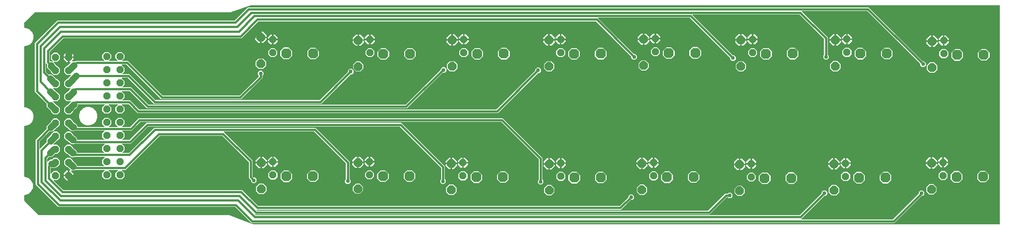
<source format=gbr>
G04 EAGLE Gerber RS-274X export*
G75*
%MOMM*%
%FSLAX34Y34*%
%LPD*%
%INBottom Copper*%
%IPPOS*%
%AMOC8*
5,1,8,0,0,1.08239X$1,22.5*%
G01*
%ADD10P,1.539592X8X112.500000*%
%ADD11P,1.814519X8X292.500000*%
%ADD12P,2.089446X8X22.500000*%
%ADD13C,0.406400*%
%ADD14C,1.270000*%
%ADD15C,0.756400*%

G36*
X1626122Y-50543D02*
X1626122Y-50543D01*
X1626145Y-50544D01*
X1632241Y-50245D01*
X1632242Y-50245D01*
X1632243Y-50245D01*
X1632364Y-50218D01*
X1632482Y-50193D01*
X1632483Y-50193D01*
X1632484Y-50193D01*
X1632588Y-50130D01*
X1632693Y-50068D01*
X1632694Y-50067D01*
X1632695Y-50066D01*
X1632775Y-49972D01*
X1632854Y-49881D01*
X1632854Y-49880D01*
X1632855Y-49879D01*
X1632901Y-49766D01*
X1632946Y-49653D01*
X1632946Y-49652D01*
X1632947Y-49651D01*
X1632965Y-49485D01*
X1632965Y372364D01*
X1632962Y372384D01*
X1632964Y372403D01*
X1632942Y372505D01*
X1632926Y372607D01*
X1632916Y372624D01*
X1632912Y372644D01*
X1632859Y372733D01*
X1632810Y372824D01*
X1632796Y372838D01*
X1632786Y372855D01*
X1632707Y372922D01*
X1632632Y372994D01*
X1632614Y373002D01*
X1632599Y373015D01*
X1632503Y373054D01*
X1632409Y373097D01*
X1632389Y373099D01*
X1632371Y373107D01*
X1632204Y373125D01*
X191684Y373125D01*
X191643Y373119D01*
X191601Y373121D01*
X191448Y373087D01*
X191441Y373086D01*
X191440Y373085D01*
X191438Y373084D01*
X154361Y360400D01*
X154282Y360358D01*
X154200Y360323D01*
X154166Y360296D01*
X154144Y360284D01*
X154122Y360261D01*
X154069Y360218D01*
X153768Y359917D01*
X153076Y359917D01*
X153035Y359911D01*
X152993Y359913D01*
X152840Y359879D01*
X152833Y359878D01*
X152832Y359877D01*
X152830Y359876D01*
X152175Y359652D01*
X151793Y359840D01*
X151707Y359865D01*
X151624Y359899D01*
X151580Y359904D01*
X151557Y359911D01*
X151526Y359910D01*
X151457Y359917D01*
X-224377Y359917D01*
X-224467Y359903D01*
X-224558Y359895D01*
X-224587Y359883D01*
X-224619Y359878D01*
X-224700Y359835D01*
X-224784Y359799D01*
X-224816Y359773D01*
X-224837Y359762D01*
X-224859Y359739D01*
X-224915Y359694D01*
X-244378Y340231D01*
X-244431Y340157D01*
X-244491Y340088D01*
X-244503Y340057D01*
X-244522Y340031D01*
X-244549Y339944D01*
X-244583Y339859D01*
X-244587Y339818D01*
X-244594Y339796D01*
X-244593Y339764D01*
X-244601Y339693D01*
X-244601Y330302D01*
X-244598Y330282D01*
X-244600Y330263D01*
X-244578Y330161D01*
X-244562Y330059D01*
X-244552Y330042D01*
X-244548Y330022D01*
X-244495Y329933D01*
X-244446Y329842D01*
X-244432Y329828D01*
X-244422Y329811D01*
X-244343Y329744D01*
X-244268Y329672D01*
X-244250Y329664D01*
X-244235Y329651D01*
X-244139Y329612D01*
X-244045Y329569D01*
X-244025Y329567D01*
X-244007Y329559D01*
X-243840Y329541D01*
X-241511Y329541D01*
X-235064Y326870D01*
X-230130Y321936D01*
X-227459Y315489D01*
X-227459Y308511D01*
X-230130Y302064D01*
X-235064Y297130D01*
X-241511Y294459D01*
X-243840Y294459D01*
X-243860Y294456D01*
X-243879Y294458D01*
X-243981Y294436D01*
X-244083Y294420D01*
X-244100Y294410D01*
X-244120Y294406D01*
X-244209Y294353D01*
X-244300Y294304D01*
X-244314Y294290D01*
X-244331Y294280D01*
X-244398Y294201D01*
X-244470Y294126D01*
X-244478Y294108D01*
X-244491Y294093D01*
X-244530Y293997D01*
X-244573Y293903D01*
X-244575Y293883D01*
X-244583Y293865D01*
X-244601Y293698D01*
X-244601Y176302D01*
X-244598Y176284D01*
X-244600Y176268D01*
X-244600Y176266D01*
X-244600Y176263D01*
X-244578Y176161D01*
X-244562Y176059D01*
X-244552Y176042D01*
X-244548Y176022D01*
X-244495Y175933D01*
X-244446Y175842D01*
X-244432Y175828D01*
X-244422Y175811D01*
X-244343Y175744D01*
X-244268Y175672D01*
X-244250Y175664D01*
X-244235Y175651D01*
X-244139Y175612D01*
X-244045Y175569D01*
X-244025Y175567D01*
X-244007Y175559D01*
X-243840Y175541D01*
X-241511Y175541D01*
X-235064Y172870D01*
X-230130Y167936D01*
X-227459Y161489D01*
X-227459Y154511D01*
X-230130Y148064D01*
X-235064Y143130D01*
X-241511Y140459D01*
X-243840Y140459D01*
X-243860Y140456D01*
X-243879Y140458D01*
X-243981Y140436D01*
X-244083Y140420D01*
X-244100Y140410D01*
X-244120Y140406D01*
X-244209Y140353D01*
X-244300Y140304D01*
X-244314Y140290D01*
X-244331Y140280D01*
X-244398Y140201D01*
X-244470Y140126D01*
X-244478Y140108D01*
X-244491Y140093D01*
X-244530Y139997D01*
X-244573Y139903D01*
X-244575Y139883D01*
X-244583Y139865D01*
X-244601Y139698D01*
X-244601Y42302D01*
X-244600Y42293D01*
X-244600Y42288D01*
X-244598Y42279D01*
X-244600Y42263D01*
X-244578Y42161D01*
X-244562Y42059D01*
X-244552Y42042D01*
X-244548Y42022D01*
X-244495Y41933D01*
X-244446Y41842D01*
X-244432Y41828D01*
X-244422Y41811D01*
X-244343Y41744D01*
X-244268Y41672D01*
X-244250Y41664D01*
X-244235Y41651D01*
X-244139Y41612D01*
X-244045Y41569D01*
X-244025Y41567D01*
X-244007Y41559D01*
X-243840Y41541D01*
X-242511Y41541D01*
X-236064Y38870D01*
X-231130Y33936D01*
X-228459Y27489D01*
X-228459Y20511D01*
X-231130Y14064D01*
X-236064Y9130D01*
X-242511Y6459D01*
X-243840Y6459D01*
X-243860Y6456D01*
X-243879Y6458D01*
X-243981Y6436D01*
X-244083Y6420D01*
X-244100Y6410D01*
X-244120Y6406D01*
X-244209Y6353D01*
X-244300Y6304D01*
X-244314Y6290D01*
X-244331Y6280D01*
X-244398Y6201D01*
X-244470Y6126D01*
X-244478Y6108D01*
X-244491Y6093D01*
X-244530Y5997D01*
X-244573Y5903D01*
X-244575Y5883D01*
X-244583Y5865D01*
X-244601Y5698D01*
X-244601Y-4413D01*
X-244587Y-4503D01*
X-244579Y-4594D01*
X-244567Y-4623D01*
X-244562Y-4655D01*
X-244519Y-4736D01*
X-244483Y-4820D01*
X-244457Y-4852D01*
X-244446Y-4873D01*
X-244423Y-4895D01*
X-244378Y-4951D01*
X-217295Y-32034D01*
X-217221Y-32087D01*
X-217152Y-32147D01*
X-217121Y-32159D01*
X-217095Y-32178D01*
X-217008Y-32205D01*
X-216923Y-32239D01*
X-216882Y-32243D01*
X-216860Y-32250D01*
X-216828Y-32249D01*
X-216757Y-32257D01*
X146948Y-32257D01*
X147025Y-32245D01*
X147103Y-32241D01*
X147161Y-32222D01*
X147190Y-32218D01*
X147214Y-32205D01*
X147263Y-32189D01*
X147707Y-31987D01*
X148298Y-32209D01*
X148349Y-32219D01*
X148398Y-32239D01*
X148511Y-32251D01*
X148539Y-32257D01*
X148549Y-32256D01*
X148565Y-32257D01*
X149196Y-32257D01*
X149541Y-32602D01*
X149605Y-32648D01*
X149662Y-32701D01*
X149716Y-32728D01*
X149741Y-32746D01*
X149767Y-32754D01*
X149812Y-32777D01*
X190790Y-48143D01*
X190873Y-48160D01*
X190954Y-48185D01*
X190993Y-48184D01*
X191031Y-48191D01*
X191115Y-48181D01*
X191199Y-48178D01*
X191236Y-48165D01*
X191275Y-48160D01*
X191351Y-48123D01*
X191430Y-48094D01*
X191461Y-48069D01*
X191496Y-48052D01*
X191556Y-47993D01*
X191622Y-47940D01*
X191644Y-47907D01*
X191671Y-47880D01*
X191710Y-47804D01*
X191755Y-47733D01*
X191765Y-47695D01*
X191783Y-47661D01*
X191795Y-47577D01*
X191816Y-47495D01*
X191813Y-47456D01*
X191818Y-47417D01*
X191803Y-47334D01*
X191796Y-47250D01*
X191781Y-47214D01*
X191774Y-47175D01*
X191733Y-47101D01*
X191700Y-47023D01*
X191668Y-46984D01*
X191655Y-46960D01*
X191633Y-46939D01*
X191595Y-46892D01*
X161208Y-16505D01*
X161134Y-16452D01*
X161065Y-16393D01*
X161035Y-16380D01*
X161008Y-16362D01*
X160921Y-16335D01*
X160837Y-16301D01*
X160796Y-16296D01*
X160773Y-16289D01*
X160741Y-16290D01*
X160670Y-16282D01*
X-179984Y-16282D01*
X-220256Y23989D01*
X-222562Y26296D01*
X-222562Y113250D01*
X-201691Y134122D01*
X-201623Y134216D01*
X-201553Y134310D01*
X-201551Y134316D01*
X-201547Y134321D01*
X-201513Y134433D01*
X-201477Y134544D01*
X-201477Y134550D01*
X-201475Y134556D01*
X-201478Y134673D01*
X-201479Y134790D01*
X-201481Y134797D01*
X-201481Y134802D01*
X-201488Y134820D01*
X-201526Y134951D01*
X-201706Y135385D01*
X-201706Y138518D01*
X-200507Y141412D01*
X-193645Y148274D01*
X-193592Y148348D01*
X-193532Y148418D01*
X-193520Y148448D01*
X-193501Y148474D01*
X-193474Y148561D01*
X-193440Y148646D01*
X-193436Y148687D01*
X-193429Y148709D01*
X-193430Y148741D01*
X-193422Y148812D01*
X-193422Y149424D01*
X-188363Y154483D01*
X-181208Y154483D01*
X-176148Y149424D01*
X-176148Y142269D01*
X-181208Y137210D01*
X-182121Y137210D01*
X-182211Y137195D01*
X-182302Y137188D01*
X-182331Y137176D01*
X-182363Y137170D01*
X-182444Y137128D01*
X-182528Y137092D01*
X-182560Y137066D01*
X-182581Y137055D01*
X-182603Y137032D01*
X-182659Y136987D01*
X-189370Y130276D01*
X-192264Y129077D01*
X-195397Y129077D01*
X-195831Y129257D01*
X-195945Y129283D01*
X-196058Y129312D01*
X-196065Y129311D01*
X-196071Y129313D01*
X-196187Y129302D01*
X-196304Y129293D01*
X-196309Y129290D01*
X-196316Y129290D01*
X-196423Y129242D01*
X-196530Y129196D01*
X-196536Y129192D01*
X-196540Y129190D01*
X-196554Y129177D01*
X-196661Y129092D01*
X-215226Y110527D01*
X-215279Y110453D01*
X-215338Y110383D01*
X-215350Y110353D01*
X-215369Y110327D01*
X-215396Y110240D01*
X-215430Y110155D01*
X-215435Y110114D01*
X-215442Y110092D01*
X-215441Y110060D01*
X-215449Y109988D01*
X-215449Y96554D01*
X-215437Y96483D01*
X-215435Y96412D01*
X-215417Y96363D01*
X-215409Y96311D01*
X-215375Y96248D01*
X-215351Y96181D01*
X-215318Y96140D01*
X-215294Y96094D01*
X-215242Y96045D01*
X-215197Y95989D01*
X-215153Y95960D01*
X-215116Y95925D01*
X-215051Y95894D01*
X-214990Y95856D01*
X-214940Y95843D01*
X-214892Y95821D01*
X-214821Y95813D01*
X-214752Y95796D01*
X-214700Y95800D01*
X-214648Y95794D01*
X-214578Y95809D01*
X-214506Y95815D01*
X-214459Y95835D01*
X-214408Y95846D01*
X-214346Y95883D01*
X-214280Y95911D01*
X-214224Y95956D01*
X-214197Y95972D01*
X-214181Y95990D01*
X-214149Y96016D01*
X-201904Y108261D01*
X-201836Y108356D01*
X-201766Y108450D01*
X-201764Y108456D01*
X-201760Y108461D01*
X-201726Y108572D01*
X-201690Y108684D01*
X-201690Y108690D01*
X-201688Y108696D01*
X-201691Y108813D01*
X-201692Y108930D01*
X-201694Y108937D01*
X-201694Y108942D01*
X-201701Y108959D01*
X-201739Y109091D01*
X-201919Y109525D01*
X-201919Y112658D01*
X-200720Y115552D01*
X-193645Y122627D01*
X-193592Y122701D01*
X-193532Y122770D01*
X-193520Y122800D01*
X-193501Y122827D01*
X-193474Y122913D01*
X-193440Y122998D01*
X-193436Y123039D01*
X-193429Y123062D01*
X-193430Y123094D01*
X-193422Y123165D01*
X-193422Y124024D01*
X-188363Y129083D01*
X-181208Y129083D01*
X-176148Y124024D01*
X-176148Y116869D01*
X-181208Y111810D01*
X-181873Y111810D01*
X-181963Y111795D01*
X-182054Y111788D01*
X-182084Y111776D01*
X-182116Y111770D01*
X-182197Y111728D01*
X-182280Y111692D01*
X-182313Y111666D01*
X-182333Y111655D01*
X-182355Y111632D01*
X-182411Y111587D01*
X-189015Y104983D01*
X-189057Y104925D01*
X-189107Y104873D01*
X-189129Y104826D01*
X-189159Y104783D01*
X-189180Y104715D01*
X-189210Y104650D01*
X-189216Y104598D01*
X-189231Y104548D01*
X-189229Y104476D01*
X-189237Y104405D01*
X-189226Y104354D01*
X-189225Y104302D01*
X-189200Y104235D01*
X-189185Y104165D01*
X-189158Y104120D01*
X-189141Y104071D01*
X-189096Y104015D01*
X-189059Y103954D01*
X-189019Y103920D01*
X-188987Y103879D01*
X-188927Y103841D01*
X-188872Y103794D01*
X-188824Y103774D01*
X-188780Y103746D01*
X-188710Y103729D01*
X-188644Y103702D01*
X-188573Y103694D01*
X-188541Y103686D01*
X-188518Y103688D01*
X-188477Y103683D01*
X-181208Y103683D01*
X-176148Y98624D01*
X-176148Y91469D01*
X-181208Y86410D01*
X-185105Y86410D01*
X-185195Y86395D01*
X-185286Y86388D01*
X-185315Y86376D01*
X-185347Y86370D01*
X-185428Y86328D01*
X-185512Y86292D01*
X-185544Y86266D01*
X-185565Y86255D01*
X-185587Y86232D01*
X-185643Y86187D01*
X-190538Y81292D01*
X-193432Y80093D01*
X-196565Y80093D01*
X-196999Y80273D01*
X-197113Y80299D01*
X-197226Y80328D01*
X-197232Y80327D01*
X-197239Y80329D01*
X-197355Y80318D01*
X-197471Y80309D01*
X-197477Y80306D01*
X-197483Y80306D01*
X-197590Y80258D01*
X-197698Y80213D01*
X-197704Y80208D01*
X-197708Y80206D01*
X-197722Y80193D01*
X-197829Y80108D01*
X-200335Y77602D01*
X-200388Y77528D01*
X-200447Y77458D01*
X-200459Y77428D01*
X-200478Y77402D01*
X-200505Y77315D01*
X-200539Y77230D01*
X-200544Y77189D01*
X-200551Y77167D01*
X-200550Y77135D01*
X-200558Y77063D01*
X-200558Y71403D01*
X-200542Y71307D01*
X-200533Y71210D01*
X-200522Y71186D01*
X-200518Y71160D01*
X-200473Y71074D01*
X-200433Y70985D01*
X-200415Y70966D01*
X-200403Y70942D01*
X-200332Y70876D01*
X-200266Y70804D01*
X-200243Y70791D01*
X-200224Y70773D01*
X-200136Y70732D01*
X-200051Y70685D01*
X-200025Y70680D01*
X-200001Y70669D01*
X-199905Y70659D01*
X-199809Y70641D01*
X-199783Y70645D01*
X-199757Y70642D01*
X-199662Y70663D01*
X-199565Y70677D01*
X-199542Y70689D01*
X-199517Y70695D01*
X-199433Y70745D01*
X-199346Y70789D01*
X-199328Y70807D01*
X-199305Y70821D01*
X-199242Y70895D01*
X-199174Y70964D01*
X-199158Y70993D01*
X-199146Y71008D01*
X-199133Y71039D01*
X-199093Y71111D01*
X-198941Y71479D01*
X-196726Y73694D01*
X-193831Y74893D01*
X-192068Y74893D01*
X-191978Y74908D01*
X-191887Y74915D01*
X-191858Y74928D01*
X-191826Y74933D01*
X-191745Y74975D01*
X-191661Y75011D01*
X-191629Y75037D01*
X-191608Y75048D01*
X-191586Y75071D01*
X-191530Y75116D01*
X-188363Y78283D01*
X-181208Y78283D01*
X-176148Y73224D01*
X-176148Y66069D01*
X-181208Y61010D01*
X-181970Y61010D01*
X-182060Y60995D01*
X-182151Y60988D01*
X-182181Y60976D01*
X-182213Y60970D01*
X-182293Y60928D01*
X-182377Y60892D01*
X-182409Y60866D01*
X-182430Y60855D01*
X-182452Y60832D01*
X-182508Y60787D01*
X-182953Y60342D01*
X-185847Y59144D01*
X-193472Y59144D01*
X-193492Y59140D01*
X-193511Y59143D01*
X-193613Y59121D01*
X-193715Y59104D01*
X-193732Y59095D01*
X-193752Y59090D01*
X-193841Y59037D01*
X-193932Y58989D01*
X-193946Y58974D01*
X-193963Y58964D01*
X-194030Y58885D01*
X-194101Y58810D01*
X-194110Y58792D01*
X-194123Y58777D01*
X-194161Y58681D01*
X-194205Y58587D01*
X-194207Y58568D01*
X-194215Y58549D01*
X-194233Y58382D01*
X-194233Y48851D01*
X-194222Y48780D01*
X-194220Y48708D01*
X-194202Y48659D01*
X-194193Y48608D01*
X-194160Y48545D01*
X-194135Y48477D01*
X-194103Y48437D01*
X-194078Y48391D01*
X-194026Y48341D01*
X-193981Y48285D01*
X-193938Y48257D01*
X-193900Y48221D01*
X-193835Y48191D01*
X-193775Y48152D01*
X-193724Y48140D01*
X-193677Y48118D01*
X-193606Y48110D01*
X-193536Y48092D01*
X-193484Y48096D01*
X-193432Y48090D01*
X-193362Y48106D01*
X-193291Y48111D01*
X-193243Y48132D01*
X-193192Y48143D01*
X-193130Y48180D01*
X-193065Y48208D01*
X-193009Y48252D01*
X-192981Y48269D01*
X-192966Y48287D01*
X-192934Y48312D01*
X-188363Y52883D01*
X-181208Y52883D01*
X-176148Y47824D01*
X-176148Y40669D01*
X-181208Y35610D01*
X-187391Y35610D01*
X-187461Y35598D01*
X-187533Y35597D01*
X-187582Y35579D01*
X-187633Y35570D01*
X-187697Y35537D01*
X-187764Y35512D01*
X-187805Y35480D01*
X-187851Y35455D01*
X-187900Y35403D01*
X-187956Y35358D01*
X-187984Y35315D01*
X-188020Y35277D01*
X-188050Y35212D01*
X-188089Y35152D01*
X-188102Y35101D01*
X-188124Y35054D01*
X-188132Y34983D01*
X-188149Y34913D01*
X-188145Y34861D01*
X-188151Y34809D01*
X-188136Y34739D01*
X-188130Y34668D01*
X-188110Y34620D01*
X-188099Y34569D01*
X-188062Y34507D01*
X-188034Y34441D01*
X-187989Y34386D01*
X-187972Y34358D01*
X-187955Y34343D01*
X-187929Y34310D01*
X-170124Y16505D01*
X-170050Y16452D01*
X-169980Y16393D01*
X-169950Y16380D01*
X-169924Y16362D01*
X-169837Y16335D01*
X-169752Y16301D01*
X-169711Y16296D01*
X-169689Y16289D01*
X-169657Y16290D01*
X-169585Y16282D01*
X174066Y16282D01*
X176373Y13976D01*
X204882Y-14534D01*
X204956Y-14587D01*
X205026Y-14646D01*
X205056Y-14658D01*
X205082Y-14677D01*
X205169Y-14704D01*
X205254Y-14738D01*
X205295Y-14743D01*
X205317Y-14750D01*
X205349Y-14749D01*
X205420Y-14757D01*
X900851Y-14757D01*
X900941Y-14742D01*
X901032Y-14735D01*
X901062Y-14722D01*
X901094Y-14717D01*
X901175Y-14674D01*
X901259Y-14639D01*
X901291Y-14613D01*
X901311Y-14602D01*
X901334Y-14578D01*
X901389Y-14534D01*
X917811Y1888D01*
X917864Y1962D01*
X917924Y2031D01*
X917936Y2061D01*
X917955Y2088D01*
X917981Y2175D01*
X918016Y2259D01*
X918020Y2300D01*
X918027Y2323D01*
X918026Y2355D01*
X918034Y2426D01*
X918034Y4586D01*
X921143Y7694D01*
X925539Y7694D01*
X928648Y4586D01*
X928648Y189D01*
X925539Y-2919D01*
X923379Y-2919D01*
X923289Y-2934D01*
X923198Y-2941D01*
X923169Y-2954D01*
X923137Y-2959D01*
X923056Y-3002D01*
X922972Y-3037D01*
X922940Y-3063D01*
X922919Y-3074D01*
X922897Y-3097D01*
X922841Y-3142D01*
X904113Y-21870D01*
X203007Y-21870D01*
X202937Y-21882D01*
X202865Y-21884D01*
X202816Y-21901D01*
X202765Y-21910D01*
X202701Y-21943D01*
X202634Y-21968D01*
X202593Y-22001D01*
X202547Y-22025D01*
X202498Y-22077D01*
X202442Y-22122D01*
X202414Y-22166D01*
X202378Y-22203D01*
X202348Y-22268D01*
X202309Y-22329D01*
X202296Y-22379D01*
X202274Y-22426D01*
X202266Y-22498D01*
X202249Y-22567D01*
X202253Y-22619D01*
X202247Y-22671D01*
X202262Y-22741D01*
X202268Y-22812D01*
X202288Y-22860D01*
X202299Y-22911D01*
X202336Y-22973D01*
X202364Y-23039D01*
X202409Y-23095D01*
X202426Y-23122D01*
X202443Y-23138D01*
X202469Y-23170D01*
X202571Y-23271D01*
X202645Y-23324D01*
X202714Y-23384D01*
X202744Y-23396D01*
X202770Y-23415D01*
X202857Y-23442D01*
X202942Y-23476D01*
X202983Y-23480D01*
X203005Y-23487D01*
X203038Y-23486D01*
X203109Y-23494D01*
X1071438Y-23494D01*
X1071528Y-23480D01*
X1071619Y-23472D01*
X1071648Y-23460D01*
X1071680Y-23455D01*
X1071761Y-23412D01*
X1071845Y-23376D01*
X1071877Y-23350D01*
X1071898Y-23339D01*
X1071920Y-23316D01*
X1071976Y-23271D01*
X1104494Y9246D01*
X1108815Y9246D01*
X1108905Y9261D01*
X1108996Y9268D01*
X1109026Y9281D01*
X1109058Y9286D01*
X1109139Y9329D01*
X1109223Y9364D01*
X1109255Y9390D01*
X1109275Y9401D01*
X1109298Y9425D01*
X1109354Y9469D01*
X1110881Y10996D01*
X1115277Y10996D01*
X1118386Y7888D01*
X1118386Y3491D01*
X1115277Y383D01*
X1110881Y383D01*
X1109354Y1910D01*
X1109280Y1963D01*
X1109210Y2022D01*
X1109180Y2035D01*
X1109154Y2053D01*
X1109067Y2080D01*
X1108982Y2114D01*
X1108941Y2119D01*
X1108919Y2126D01*
X1108887Y2125D01*
X1108815Y2133D01*
X1107755Y2133D01*
X1107665Y2118D01*
X1107574Y2111D01*
X1107545Y2098D01*
X1107513Y2093D01*
X1107432Y2050D01*
X1107348Y2015D01*
X1107316Y1989D01*
X1107295Y1978D01*
X1107273Y1955D01*
X1107217Y1910D01*
X1077006Y-28301D01*
X1074699Y-30608D01*
X199807Y-30608D01*
X199736Y-30619D01*
X199664Y-30621D01*
X199615Y-30639D01*
X199564Y-30647D01*
X199501Y-30681D01*
X199433Y-30706D01*
X199393Y-30738D01*
X199347Y-30763D01*
X199297Y-30814D01*
X199241Y-30859D01*
X199213Y-30903D01*
X199177Y-30941D01*
X199147Y-31006D01*
X199108Y-31066D01*
X199096Y-31117D01*
X199074Y-31164D01*
X199066Y-31235D01*
X199048Y-31305D01*
X199052Y-31357D01*
X199047Y-31408D01*
X199062Y-31479D01*
X199068Y-31550D01*
X199088Y-31598D01*
X199099Y-31649D01*
X199136Y-31710D01*
X199164Y-31776D01*
X199209Y-31832D01*
X199225Y-31860D01*
X199243Y-31875D01*
X199269Y-31907D01*
X199574Y-32212D01*
X199648Y-32265D01*
X199717Y-32325D01*
X199747Y-32337D01*
X199773Y-32356D01*
X199860Y-32382D01*
X199945Y-32417D01*
X199986Y-32421D01*
X200008Y-32428D01*
X200041Y-32427D01*
X200112Y-32435D01*
X1247637Y-32435D01*
X1247728Y-32420D01*
X1247818Y-32413D01*
X1247848Y-32401D01*
X1247880Y-32395D01*
X1247961Y-32353D01*
X1248045Y-32317D01*
X1248077Y-32291D01*
X1248098Y-32280D01*
X1248120Y-32257D01*
X1248176Y-32212D01*
X1289972Y9584D01*
X1290025Y9658D01*
X1290084Y9727D01*
X1290097Y9758D01*
X1290115Y9784D01*
X1290142Y9871D01*
X1290176Y9956D01*
X1290181Y9997D01*
X1290188Y10019D01*
X1290187Y10051D01*
X1290195Y10122D01*
X1290195Y12257D01*
X1293303Y15365D01*
X1297700Y15365D01*
X1300808Y12257D01*
X1300808Y7860D01*
X1297700Y4752D01*
X1295515Y4752D01*
X1295425Y4737D01*
X1295334Y4730D01*
X1295304Y4717D01*
X1295272Y4712D01*
X1295191Y4669D01*
X1295107Y4634D01*
X1295075Y4608D01*
X1295055Y4597D01*
X1295032Y4573D01*
X1294977Y4529D01*
X1251184Y-39264D01*
X1251142Y-39322D01*
X1251093Y-39374D01*
X1251071Y-39421D01*
X1251041Y-39463D01*
X1251020Y-39532D01*
X1250989Y-39597D01*
X1250984Y-39649D01*
X1250968Y-39698D01*
X1250970Y-39770D01*
X1250962Y-39841D01*
X1250973Y-39892D01*
X1250975Y-39944D01*
X1250999Y-40012D01*
X1251015Y-40082D01*
X1251041Y-40126D01*
X1251059Y-40175D01*
X1251104Y-40231D01*
X1251141Y-40293D01*
X1251180Y-40327D01*
X1251213Y-40367D01*
X1251273Y-40406D01*
X1251328Y-40453D01*
X1251376Y-40472D01*
X1251420Y-40500D01*
X1251489Y-40518D01*
X1251556Y-40545D01*
X1251627Y-40553D01*
X1251658Y-40560D01*
X1251682Y-40559D01*
X1251723Y-40563D01*
X1426885Y-40563D01*
X1426975Y-40548D01*
X1427066Y-40541D01*
X1427096Y-40529D01*
X1427128Y-40523D01*
X1427209Y-40481D01*
X1427293Y-40445D01*
X1427325Y-40419D01*
X1427345Y-40408D01*
X1427368Y-40385D01*
X1427423Y-40340D01*
X1476662Y8898D01*
X1476715Y8972D01*
X1476774Y9042D01*
X1476787Y9072D01*
X1476805Y9098D01*
X1476832Y9185D01*
X1476866Y9270D01*
X1476871Y9311D01*
X1476878Y9333D01*
X1476877Y9365D01*
X1476885Y9437D01*
X1476885Y12003D01*
X1479993Y15111D01*
X1484390Y15111D01*
X1487498Y12003D01*
X1487498Y7606D01*
X1484390Y4498D01*
X1482637Y4498D01*
X1482546Y4483D01*
X1482456Y4476D01*
X1482426Y4463D01*
X1482394Y4458D01*
X1482313Y4415D01*
X1482229Y4380D01*
X1482197Y4354D01*
X1482176Y4343D01*
X1482154Y4319D01*
X1482098Y4275D01*
X1430147Y-47677D01*
X193743Y-47677D01*
X193635Y-47694D01*
X193525Y-47708D01*
X193513Y-47714D01*
X193500Y-47716D01*
X193403Y-47768D01*
X193304Y-47816D01*
X193294Y-47825D01*
X193283Y-47831D01*
X193207Y-47911D01*
X193129Y-47988D01*
X193123Y-48000D01*
X193113Y-48010D01*
X193067Y-48110D01*
X193017Y-48208D01*
X193015Y-48221D01*
X193010Y-48233D01*
X192998Y-48342D01*
X192982Y-48451D01*
X192984Y-48464D01*
X192983Y-48477D01*
X193006Y-48585D01*
X193026Y-48693D01*
X193032Y-48705D01*
X193035Y-48718D01*
X193092Y-48812D01*
X193145Y-48909D01*
X193154Y-48917D01*
X193161Y-48929D01*
X193245Y-49000D01*
X193326Y-49075D01*
X193340Y-49082D01*
X193348Y-49089D01*
X193374Y-49099D01*
X193476Y-49151D01*
X197066Y-50497D01*
X197117Y-50507D01*
X197166Y-50527D01*
X197279Y-50539D01*
X197307Y-50545D01*
X197317Y-50544D01*
X197333Y-50545D01*
X1626108Y-50545D01*
X1626122Y-50543D01*
G37*
%LPC*%
G36*
X-188363Y162610D02*
X-188363Y162610D01*
X-193422Y167669D01*
X-193422Y168381D01*
X-193437Y168471D01*
X-193444Y168562D01*
X-193456Y168592D01*
X-193462Y168624D01*
X-193504Y168704D01*
X-193540Y168788D01*
X-193566Y168820D01*
X-193577Y168841D01*
X-193600Y168863D01*
X-193645Y168919D01*
X-200656Y175930D01*
X-201855Y178824D01*
X-201855Y181957D01*
X-201675Y182391D01*
X-201648Y182505D01*
X-201620Y182618D01*
X-201620Y182625D01*
X-201619Y182631D01*
X-201630Y182747D01*
X-201639Y182863D01*
X-201641Y182869D01*
X-201642Y182875D01*
X-201689Y182983D01*
X-201735Y183090D01*
X-201740Y183096D01*
X-201742Y183100D01*
X-201754Y183114D01*
X-201840Y183221D01*
X-224264Y205645D01*
X-224264Y300152D01*
X-180855Y343561D01*
X159374Y343561D01*
X159465Y343576D01*
X159555Y343583D01*
X159585Y343596D01*
X159617Y343601D01*
X159698Y343644D01*
X159782Y343679D01*
X159814Y343705D01*
X159835Y343716D01*
X159857Y343739D01*
X159913Y343784D01*
X185242Y369114D01*
X1380744Y369114D01*
X1484892Y264965D01*
X1484966Y264912D01*
X1485036Y264853D01*
X1485066Y264841D01*
X1485092Y264822D01*
X1485179Y264795D01*
X1485264Y264761D01*
X1485305Y264756D01*
X1485327Y264749D01*
X1485359Y264750D01*
X1485431Y264742D01*
X1487387Y264742D01*
X1490496Y261634D01*
X1490496Y257237D01*
X1487387Y254129D01*
X1482991Y254129D01*
X1479882Y257237D01*
X1479882Y259600D01*
X1479867Y259690D01*
X1479860Y259781D01*
X1479848Y259811D01*
X1479842Y259843D01*
X1479800Y259924D01*
X1479764Y260008D01*
X1479738Y260040D01*
X1479727Y260060D01*
X1479704Y260083D01*
X1479659Y260139D01*
X1378020Y361777D01*
X1377947Y361830D01*
X1377877Y361890D01*
X1377847Y361902D01*
X1377821Y361921D01*
X1377734Y361947D01*
X1377649Y361982D01*
X1377608Y361986D01*
X1377586Y361993D01*
X1377553Y361992D01*
X1377482Y362000D01*
X1252688Y362000D01*
X1252617Y361989D01*
X1252545Y361987D01*
X1252496Y361969D01*
X1252445Y361960D01*
X1252382Y361927D01*
X1252314Y361902D01*
X1252274Y361870D01*
X1252228Y361845D01*
X1252178Y361793D01*
X1252122Y361748D01*
X1252094Y361705D01*
X1252058Y361667D01*
X1252028Y361602D01*
X1251989Y361542D01*
X1251977Y361491D01*
X1251955Y361444D01*
X1251947Y361373D01*
X1251929Y361303D01*
X1251933Y361251D01*
X1251927Y361199D01*
X1251943Y361129D01*
X1251948Y361058D01*
X1251969Y361010D01*
X1251980Y360959D01*
X1252017Y360897D01*
X1252045Y360832D01*
X1252089Y360776D01*
X1252106Y360748D01*
X1252124Y360733D01*
X1252149Y360701D01*
X1301751Y311099D01*
X1301751Y278154D01*
X1301765Y278064D01*
X1301773Y277973D01*
X1301785Y277943D01*
X1301790Y277912D01*
X1301833Y277831D01*
X1301869Y277747D01*
X1301895Y277715D01*
X1301906Y277694D01*
X1301929Y277672D01*
X1301974Y277616D01*
X1303755Y275835D01*
X1303755Y271439D01*
X1300646Y268330D01*
X1296250Y268330D01*
X1293141Y271439D01*
X1293141Y275835D01*
X1294414Y277108D01*
X1294467Y277182D01*
X1294527Y277251D01*
X1294539Y277282D01*
X1294558Y277308D01*
X1294585Y277395D01*
X1294619Y277480D01*
X1294623Y277520D01*
X1294630Y277543D01*
X1294629Y277575D01*
X1294637Y277646D01*
X1294637Y307837D01*
X1294623Y307928D01*
X1294615Y308018D01*
X1294603Y308048D01*
X1294598Y308080D01*
X1294555Y308161D01*
X1294519Y308245D01*
X1294493Y308277D01*
X1294482Y308298D01*
X1294459Y308320D01*
X1294414Y308376D01*
X1247465Y355325D01*
X1247391Y355379D01*
X1247321Y355438D01*
X1247291Y355450D01*
X1247265Y355469D01*
X1247178Y355496D01*
X1247093Y355530D01*
X1247052Y355535D01*
X1247030Y355541D01*
X1246998Y355541D01*
X1246926Y355548D01*
X1041969Y355548D01*
X1041899Y355537D01*
X1041827Y355535D01*
X1041778Y355517D01*
X1041727Y355509D01*
X1041663Y355475D01*
X1041596Y355451D01*
X1041555Y355418D01*
X1041509Y355394D01*
X1041460Y355342D01*
X1041404Y355297D01*
X1041376Y355253D01*
X1041340Y355215D01*
X1041310Y355150D01*
X1041271Y355090D01*
X1041258Y355039D01*
X1041236Y354992D01*
X1041228Y354921D01*
X1041211Y354851D01*
X1041215Y354799D01*
X1041209Y354748D01*
X1041224Y354678D01*
X1041230Y354606D01*
X1041250Y354558D01*
X1041261Y354507D01*
X1041298Y354446D01*
X1041326Y354380D01*
X1041371Y354324D01*
X1041388Y354296D01*
X1041405Y354281D01*
X1041431Y354249D01*
X1041700Y353980D01*
X1118878Y276802D01*
X1118952Y276749D01*
X1119022Y276689D01*
X1119052Y276677D01*
X1119078Y276658D01*
X1119165Y276631D01*
X1119250Y276597D01*
X1119291Y276593D01*
X1119313Y276586D01*
X1119345Y276587D01*
X1119417Y276579D01*
X1121576Y276579D01*
X1124685Y273470D01*
X1124685Y269074D01*
X1121576Y265965D01*
X1117180Y265965D01*
X1114071Y269074D01*
X1114071Y271233D01*
X1114057Y271324D01*
X1114049Y271414D01*
X1114037Y271444D01*
X1114032Y271476D01*
X1113989Y271557D01*
X1113953Y271641D01*
X1113927Y271673D01*
X1113916Y271694D01*
X1113893Y271716D01*
X1113848Y271772D01*
X1036670Y348950D01*
X1036596Y349003D01*
X1036527Y349063D01*
X1036496Y349075D01*
X1036470Y349094D01*
X1036383Y349120D01*
X1036298Y349155D01*
X1036257Y349159D01*
X1036235Y349166D01*
X1036203Y349165D01*
X1036132Y349173D01*
X860385Y349173D01*
X860314Y349161D01*
X860242Y349160D01*
X860193Y349142D01*
X860142Y349133D01*
X860079Y349100D01*
X860011Y349075D01*
X859971Y349043D01*
X859925Y349018D01*
X859875Y348966D01*
X859819Y348921D01*
X859791Y348878D01*
X859755Y348840D01*
X859725Y348775D01*
X859686Y348715D01*
X859674Y348664D01*
X859652Y348617D01*
X859644Y348546D01*
X859626Y348476D01*
X859630Y348424D01*
X859625Y348372D01*
X859640Y348302D01*
X859645Y348231D01*
X859666Y348183D01*
X859677Y348132D01*
X859714Y348070D01*
X859742Y348004D01*
X859786Y347948D01*
X859803Y347921D01*
X859821Y347906D01*
X859846Y347874D01*
X860776Y346944D01*
X928632Y279088D01*
X928706Y279035D01*
X928776Y278975D01*
X928806Y278963D01*
X928832Y278944D01*
X928919Y278917D01*
X929004Y278883D01*
X929045Y278879D01*
X929067Y278872D01*
X929099Y278873D01*
X929171Y278865D01*
X931330Y278865D01*
X934439Y275756D01*
X934439Y271360D01*
X931330Y268251D01*
X926934Y268251D01*
X923825Y271360D01*
X923825Y273519D01*
X923811Y273610D01*
X923803Y273700D01*
X923791Y273730D01*
X923786Y273762D01*
X923743Y273843D01*
X923707Y273927D01*
X923681Y273959D01*
X923670Y273980D01*
X923647Y274002D01*
X923602Y274058D01*
X855746Y341914D01*
X855672Y341967D01*
X855602Y342027D01*
X855572Y342039D01*
X855546Y342058D01*
X855459Y342085D01*
X855374Y342119D01*
X855333Y342123D01*
X855311Y342130D01*
X855279Y342129D01*
X855207Y342137D01*
X205827Y342137D01*
X205737Y342123D01*
X205646Y342115D01*
X205616Y342103D01*
X205584Y342098D01*
X205503Y342055D01*
X205419Y342019D01*
X205387Y341993D01*
X205367Y341982D01*
X205344Y341959D01*
X205289Y341914D01*
X172974Y309600D01*
X-169458Y309600D01*
X-169548Y309585D01*
X-169639Y309578D01*
X-169669Y309565D01*
X-169701Y309560D01*
X-169782Y309517D01*
X-169866Y309482D01*
X-169898Y309456D01*
X-169918Y309445D01*
X-169941Y309422D01*
X-169996Y309377D01*
X-195890Y283484D01*
X-195943Y283410D01*
X-196002Y283340D01*
X-196014Y283310D01*
X-196033Y283284D01*
X-196060Y283197D01*
X-196094Y283112D01*
X-196099Y283071D01*
X-196106Y283049D01*
X-196105Y283017D01*
X-196113Y282945D01*
X-196113Y265263D01*
X-196098Y265173D01*
X-196091Y265082D01*
X-196078Y265052D01*
X-196073Y265020D01*
X-196030Y264939D01*
X-195995Y264855D01*
X-195969Y264823D01*
X-195958Y264803D01*
X-195934Y264780D01*
X-195890Y264724D01*
X-195845Y264679D01*
X-195750Y264611D01*
X-195656Y264541D01*
X-195650Y264539D01*
X-195645Y264536D01*
X-195533Y264502D01*
X-195422Y264465D01*
X-195416Y264465D01*
X-195410Y264463D01*
X-195293Y264467D01*
X-195176Y264468D01*
X-195169Y264470D01*
X-195164Y264470D01*
X-195146Y264476D01*
X-195015Y264514D01*
X-194581Y264694D01*
X-191448Y264694D01*
X-190543Y264319D01*
X-190448Y264297D01*
X-190355Y264268D01*
X-190329Y264269D01*
X-190303Y264263D01*
X-190206Y264272D01*
X-190109Y264275D01*
X-190084Y264284D01*
X-190058Y264286D01*
X-189969Y264326D01*
X-189878Y264359D01*
X-189858Y264375D01*
X-189834Y264386D01*
X-189762Y264452D01*
X-189686Y264513D01*
X-189672Y264535D01*
X-189653Y264552D01*
X-189606Y264638D01*
X-189553Y264720D01*
X-189547Y264745D01*
X-189534Y264768D01*
X-189517Y264864D01*
X-189493Y264958D01*
X-189495Y264984D01*
X-189490Y265010D01*
X-189504Y265106D01*
X-189512Y265203D01*
X-189522Y265227D01*
X-189526Y265253D01*
X-189570Y265340D01*
X-189608Y265430D01*
X-189629Y265455D01*
X-189638Y265473D01*
X-189661Y265496D01*
X-189713Y265561D01*
X-193422Y269269D01*
X-193422Y276424D01*
X-188363Y281483D01*
X-181208Y281483D01*
X-176148Y276424D01*
X-176148Y269269D01*
X-181208Y264210D01*
X-187431Y264210D01*
X-187502Y264198D01*
X-187573Y264197D01*
X-187622Y264179D01*
X-187674Y264170D01*
X-187737Y264137D01*
X-187804Y264112D01*
X-187845Y264080D01*
X-187891Y264055D01*
X-187940Y264003D01*
X-187996Y263958D01*
X-188025Y263915D01*
X-188060Y263877D01*
X-188091Y263812D01*
X-188129Y263752D01*
X-188142Y263701D01*
X-188164Y263654D01*
X-188172Y263583D01*
X-188189Y263513D01*
X-188185Y263461D01*
X-188191Y263409D01*
X-188176Y263339D01*
X-188170Y263268D01*
X-188150Y263220D01*
X-188139Y263169D01*
X-188102Y263107D01*
X-188074Y263041D01*
X-188029Y262985D01*
X-188013Y262958D01*
X-187995Y262943D01*
X-187969Y262910D01*
X-186339Y261280D01*
X-185588Y259469D01*
X-185554Y259413D01*
X-185528Y259353D01*
X-185476Y259288D01*
X-185459Y259260D01*
X-185444Y259247D01*
X-185423Y259222D01*
X-182508Y256306D01*
X-182434Y256253D01*
X-182365Y256194D01*
X-182335Y256182D01*
X-182308Y256163D01*
X-182221Y256136D01*
X-182137Y256102D01*
X-182096Y256097D01*
X-182073Y256091D01*
X-182041Y256091D01*
X-181970Y256083D01*
X-181208Y256083D01*
X-176148Y251024D01*
X-176148Y243869D01*
X-181208Y238810D01*
X-188363Y238810D01*
X-193422Y243869D01*
X-193422Y244632D01*
X-193437Y244722D01*
X-193444Y244813D01*
X-193456Y244842D01*
X-193462Y244874D01*
X-193504Y244955D01*
X-193540Y245039D01*
X-193566Y245071D01*
X-193577Y245092D01*
X-193600Y245114D01*
X-193645Y245170D01*
X-199690Y251216D01*
X-200889Y254110D01*
X-200889Y258386D01*
X-200710Y258820D01*
X-200683Y258934D01*
X-200654Y259047D01*
X-200655Y259053D01*
X-200653Y259059D01*
X-200664Y259176D01*
X-200673Y259292D01*
X-200676Y259298D01*
X-200677Y259304D01*
X-200724Y259411D01*
X-200770Y259518D01*
X-200774Y259524D01*
X-200777Y259529D01*
X-200789Y259543D01*
X-200875Y259649D01*
X-200920Y259694D01*
X-202179Y260954D01*
X-202237Y260996D01*
X-202289Y261045D01*
X-202337Y261067D01*
X-202379Y261098D01*
X-202447Y261119D01*
X-202512Y261149D01*
X-202564Y261155D01*
X-202614Y261170D01*
X-202686Y261168D01*
X-202757Y261176D01*
X-202808Y261165D01*
X-202860Y261164D01*
X-202927Y261139D01*
X-202997Y261124D01*
X-203042Y261097D01*
X-203091Y261079D01*
X-203147Y261034D01*
X-203208Y260997D01*
X-203242Y260958D01*
X-203283Y260925D01*
X-203322Y260865D01*
X-203368Y260811D01*
X-203388Y260762D01*
X-203416Y260718D01*
X-203433Y260649D01*
X-203460Y260582D01*
X-203468Y260511D01*
X-203476Y260480D01*
X-203474Y260457D01*
X-203479Y260416D01*
X-203479Y245146D01*
X-203464Y245056D01*
X-203457Y244965D01*
X-203444Y244935D01*
X-203439Y244903D01*
X-203396Y244823D01*
X-203361Y244739D01*
X-203335Y244707D01*
X-203324Y244686D01*
X-203301Y244664D01*
X-203256Y244608D01*
X-198207Y239559D01*
X-198112Y239491D01*
X-198018Y239421D01*
X-198012Y239419D01*
X-198007Y239415D01*
X-197896Y239381D01*
X-197784Y239345D01*
X-197778Y239345D01*
X-197772Y239343D01*
X-197655Y239346D01*
X-197538Y239347D01*
X-197531Y239349D01*
X-197526Y239349D01*
X-197509Y239356D01*
X-197377Y239394D01*
X-196943Y239574D01*
X-193810Y239574D01*
X-190916Y238375D01*
X-183448Y230906D01*
X-183374Y230853D01*
X-183305Y230794D01*
X-183274Y230782D01*
X-183248Y230763D01*
X-183161Y230736D01*
X-183076Y230702D01*
X-183035Y230697D01*
X-183013Y230691D01*
X-182981Y230691D01*
X-182910Y230683D01*
X-181208Y230683D01*
X-176148Y225624D01*
X-176148Y218469D01*
X-181208Y213410D01*
X-188498Y213410D01*
X-188568Y213398D01*
X-188640Y213397D01*
X-188689Y213379D01*
X-188740Y213370D01*
X-188804Y213337D01*
X-188871Y213312D01*
X-188912Y213280D01*
X-188958Y213255D01*
X-189007Y213203D01*
X-189063Y213158D01*
X-189091Y213115D01*
X-189127Y213077D01*
X-189157Y213012D01*
X-189196Y212952D01*
X-189209Y212901D01*
X-189231Y212854D01*
X-189239Y212783D01*
X-189256Y212713D01*
X-189252Y212661D01*
X-189258Y212609D01*
X-189243Y212539D01*
X-189237Y212468D01*
X-189217Y212420D01*
X-189206Y212369D01*
X-189169Y212307D01*
X-189141Y212241D01*
X-189096Y212186D01*
X-189079Y212158D01*
X-189062Y212143D01*
X-189036Y212110D01*
X-182432Y205506D01*
X-182358Y205453D01*
X-182289Y205394D01*
X-182258Y205382D01*
X-182232Y205363D01*
X-182145Y205336D01*
X-182060Y205302D01*
X-182019Y205297D01*
X-181997Y205291D01*
X-181965Y205291D01*
X-181894Y205283D01*
X-181208Y205283D01*
X-176148Y200224D01*
X-176148Y193069D01*
X-181208Y188010D01*
X-188625Y188010D01*
X-188695Y187998D01*
X-188767Y187997D01*
X-188816Y187979D01*
X-188867Y187970D01*
X-188931Y187937D01*
X-188998Y187912D01*
X-189039Y187880D01*
X-189085Y187855D01*
X-189134Y187803D01*
X-189190Y187758D01*
X-189218Y187715D01*
X-189254Y187677D01*
X-189284Y187612D01*
X-189323Y187552D01*
X-189336Y187501D01*
X-189358Y187454D01*
X-189366Y187383D01*
X-189383Y187313D01*
X-189379Y187261D01*
X-189385Y187209D01*
X-189370Y187139D01*
X-189364Y187068D01*
X-189344Y187020D01*
X-189333Y186969D01*
X-189296Y186907D01*
X-189268Y186841D01*
X-189223Y186786D01*
X-189206Y186758D01*
X-189189Y186743D01*
X-189163Y186710D01*
X-182559Y180106D01*
X-182485Y180053D01*
X-182415Y179994D01*
X-182385Y179982D01*
X-182359Y179963D01*
X-182272Y179936D01*
X-182187Y179902D01*
X-182146Y179897D01*
X-182124Y179891D01*
X-182092Y179891D01*
X-182021Y179883D01*
X-181208Y179883D01*
X-176148Y174824D01*
X-176148Y167669D01*
X-181208Y162610D01*
X-188363Y162610D01*
G37*
%LPD*%
%LPC*%
G36*
X-162963Y162610D02*
X-162963Y162610D01*
X-168022Y167669D01*
X-168022Y174824D01*
X-162963Y179883D01*
X-162200Y179883D01*
X-162110Y179898D01*
X-162019Y179905D01*
X-161989Y179918D01*
X-161957Y179923D01*
X-161877Y179966D01*
X-161793Y180002D01*
X-161761Y180027D01*
X-161740Y180038D01*
X-161718Y180062D01*
X-161662Y180106D01*
X-156668Y185100D01*
X-155058Y186710D01*
X-155016Y186769D01*
X-154967Y186821D01*
X-154945Y186868D01*
X-154914Y186910D01*
X-154893Y186979D01*
X-154863Y187044D01*
X-154857Y187096D01*
X-154842Y187145D01*
X-154844Y187217D01*
X-154836Y187288D01*
X-154847Y187339D01*
X-154848Y187391D01*
X-154873Y187459D01*
X-154888Y187529D01*
X-154915Y187573D01*
X-154933Y187622D01*
X-154978Y187678D01*
X-155014Y187740D01*
X-155054Y187774D01*
X-155086Y187814D01*
X-155147Y187853D01*
X-155201Y187900D01*
X-155250Y187919D01*
X-155293Y187947D01*
X-155363Y187965D01*
X-155429Y187992D01*
X-155501Y187999D01*
X-155532Y188007D01*
X-155555Y188005D01*
X-155596Y188010D01*
X-162963Y188010D01*
X-168022Y193069D01*
X-168022Y200224D01*
X-162963Y205283D01*
X-162200Y205283D01*
X-162110Y205298D01*
X-162019Y205305D01*
X-161989Y205318D01*
X-161957Y205323D01*
X-161877Y205366D01*
X-161793Y205402D01*
X-161761Y205427D01*
X-161740Y205438D01*
X-161718Y205462D01*
X-161662Y205506D01*
X-157880Y209288D01*
X-157842Y209342D01*
X-157796Y209388D01*
X-157756Y209461D01*
X-157736Y209488D01*
X-157731Y209507D01*
X-157715Y209535D01*
X-157018Y211217D01*
X-156125Y212110D01*
X-156083Y212169D01*
X-156033Y212221D01*
X-156011Y212268D01*
X-155981Y212310D01*
X-155960Y212379D01*
X-155930Y212444D01*
X-155924Y212496D01*
X-155909Y212545D01*
X-155911Y212617D01*
X-155903Y212688D01*
X-155914Y212739D01*
X-155915Y212791D01*
X-155940Y212859D01*
X-155955Y212929D01*
X-155982Y212973D01*
X-156000Y213022D01*
X-156044Y213078D01*
X-156081Y213140D01*
X-156121Y213174D01*
X-156153Y213214D01*
X-156214Y213253D01*
X-156268Y213300D01*
X-156316Y213319D01*
X-156360Y213347D01*
X-156430Y213365D01*
X-156496Y213392D01*
X-156567Y213399D01*
X-156599Y213407D01*
X-156622Y213405D01*
X-156663Y213410D01*
X-162963Y213410D01*
X-168022Y218469D01*
X-168022Y225624D01*
X-162963Y230683D01*
X-162200Y230683D01*
X-162110Y230698D01*
X-162019Y230705D01*
X-161989Y230718D01*
X-161957Y230723D01*
X-161877Y230766D01*
X-161793Y230802D01*
X-161761Y230827D01*
X-161740Y230838D01*
X-161718Y230862D01*
X-161662Y230906D01*
X-155058Y237510D01*
X-155016Y237569D01*
X-154967Y237621D01*
X-154945Y237668D01*
X-154914Y237710D01*
X-154893Y237779D01*
X-154863Y237844D01*
X-154857Y237896D01*
X-154842Y237945D01*
X-154844Y238017D01*
X-154836Y238088D01*
X-154847Y238139D01*
X-154848Y238191D01*
X-154873Y238259D01*
X-154888Y238329D01*
X-154915Y238373D01*
X-154933Y238422D01*
X-154978Y238478D01*
X-155014Y238540D01*
X-155054Y238574D01*
X-155086Y238614D01*
X-155147Y238653D01*
X-155201Y238700D01*
X-155250Y238719D01*
X-155293Y238747D01*
X-155363Y238765D01*
X-155429Y238792D01*
X-155501Y238799D01*
X-155532Y238807D01*
X-155555Y238805D01*
X-155596Y238810D01*
X-162963Y238810D01*
X-168022Y243869D01*
X-168022Y251024D01*
X-162963Y256083D01*
X-162200Y256083D01*
X-162110Y256098D01*
X-162019Y256105D01*
X-161989Y256118D01*
X-161957Y256123D01*
X-161877Y256166D01*
X-161793Y256202D01*
X-161761Y256227D01*
X-161740Y256238D01*
X-161718Y256262D01*
X-161662Y256306D01*
X-156262Y261706D01*
X-156074Y261894D01*
X-156032Y261953D01*
X-155983Y262005D01*
X-155961Y262052D01*
X-155930Y262094D01*
X-155909Y262163D01*
X-155879Y262228D01*
X-155873Y262279D01*
X-155858Y262329D01*
X-155860Y262401D01*
X-155852Y262472D01*
X-155863Y262523D01*
X-155864Y262575D01*
X-155889Y262642D01*
X-155904Y262713D01*
X-155931Y262757D01*
X-155949Y262806D01*
X-155994Y262862D01*
X-156030Y262924D01*
X-156070Y262958D01*
X-156102Y262998D01*
X-156163Y263037D01*
X-156217Y263084D01*
X-156266Y263103D01*
X-156309Y263131D01*
X-156379Y263149D01*
X-156445Y263176D01*
X-156517Y263183D01*
X-156548Y263191D01*
X-156571Y263189D01*
X-156612Y263194D01*
X-157862Y263194D01*
X-157862Y271324D01*
X-149732Y271324D01*
X-149732Y268848D01*
X-152279Y266302D01*
X-152336Y266223D01*
X-152398Y266148D01*
X-152407Y266123D01*
X-152423Y266102D01*
X-152451Y266009D01*
X-152486Y265918D01*
X-152487Y265892D01*
X-152495Y265867D01*
X-152492Y265770D01*
X-152497Y265672D01*
X-152489Y265647D01*
X-152489Y265621D01*
X-152455Y265530D01*
X-152428Y265436D01*
X-152413Y265415D01*
X-152404Y265390D01*
X-152343Y265314D01*
X-152288Y265234D01*
X-152267Y265218D01*
X-152250Y265198D01*
X-152168Y265145D01*
X-152090Y265087D01*
X-152066Y265079D01*
X-152044Y265065D01*
X-151949Y265041D01*
X-151857Y265011D01*
X-151830Y265011D01*
X-151805Y265005D01*
X-151708Y265013D01*
X-151611Y265013D01*
X-151579Y265023D01*
X-151560Y265024D01*
X-151529Y265037D01*
X-151449Y265060D01*
X-151045Y265228D01*
X-147811Y265228D01*
X-147377Y265048D01*
X-147263Y265021D01*
X-147150Y264993D01*
X-147144Y264993D01*
X-147138Y264992D01*
X-147021Y265003D01*
X-146905Y265012D01*
X-146899Y265014D01*
X-146893Y265015D01*
X-146786Y265062D01*
X-146678Y265108D01*
X-146673Y265113D01*
X-146668Y265115D01*
X-146654Y265127D01*
X-146547Y265213D01*
X-146075Y265685D01*
X-91548Y265685D01*
X-91477Y265696D01*
X-91406Y265698D01*
X-91357Y265716D01*
X-91305Y265724D01*
X-91242Y265758D01*
X-91175Y265783D01*
X-91134Y265815D01*
X-91088Y265840D01*
X-91039Y265892D01*
X-90983Y265936D01*
X-90954Y265980D01*
X-90919Y266018D01*
X-90888Y266083D01*
X-90850Y266143D01*
X-90837Y266194D01*
X-90815Y266241D01*
X-90807Y266312D01*
X-90790Y266382D01*
X-90794Y266434D01*
X-90788Y266485D01*
X-90803Y266556D01*
X-90809Y266627D01*
X-90829Y266675D01*
X-90840Y266726D01*
X-90877Y266787D01*
X-90905Y266853D01*
X-90950Y266909D01*
X-90966Y266937D01*
X-90984Y266952D01*
X-91010Y266984D01*
X-94794Y270768D01*
X-94794Y277923D01*
X-89734Y282982D01*
X-82579Y282982D01*
X-77520Y277923D01*
X-77520Y270768D01*
X-81304Y266984D01*
X-81346Y266926D01*
X-81395Y266874D01*
X-81417Y266827D01*
X-81447Y266785D01*
X-81468Y266716D01*
X-81499Y266651D01*
X-81504Y266599D01*
X-81520Y266549D01*
X-81518Y266478D01*
X-81526Y266407D01*
X-81515Y266356D01*
X-81513Y266304D01*
X-81489Y266236D01*
X-81473Y266166D01*
X-81447Y266121D01*
X-81429Y266073D01*
X-81384Y266017D01*
X-81347Y265955D01*
X-81308Y265921D01*
X-81275Y265881D01*
X-81215Y265842D01*
X-81160Y265795D01*
X-81112Y265776D01*
X-81068Y265748D01*
X-80999Y265730D01*
X-80932Y265703D01*
X-80861Y265695D01*
X-80830Y265687D01*
X-80806Y265689D01*
X-80765Y265685D01*
X-66148Y265685D01*
X-66077Y265696D01*
X-66006Y265698D01*
X-65957Y265716D01*
X-65905Y265724D01*
X-65842Y265758D01*
X-65775Y265783D01*
X-65734Y265815D01*
X-65688Y265840D01*
X-65639Y265892D01*
X-65583Y265936D01*
X-65554Y265980D01*
X-65519Y266018D01*
X-65488Y266083D01*
X-65450Y266143D01*
X-65437Y266194D01*
X-65415Y266241D01*
X-65407Y266312D01*
X-65390Y266382D01*
X-65394Y266434D01*
X-65388Y266485D01*
X-65403Y266556D01*
X-65409Y266627D01*
X-65429Y266675D01*
X-65440Y266726D01*
X-65477Y266787D01*
X-65505Y266853D01*
X-65550Y266909D01*
X-65566Y266937D01*
X-65584Y266952D01*
X-65610Y266984D01*
X-69394Y270768D01*
X-69394Y277923D01*
X-64334Y282982D01*
X-57179Y282982D01*
X-52120Y277923D01*
X-52120Y270768D01*
X-55904Y266984D01*
X-55946Y266926D01*
X-55995Y266874D01*
X-56017Y266827D01*
X-56047Y266785D01*
X-56068Y266716D01*
X-56099Y266651D01*
X-56104Y266599D01*
X-56120Y266549D01*
X-56118Y266478D01*
X-56126Y266407D01*
X-56115Y266356D01*
X-56113Y266304D01*
X-56089Y266236D01*
X-56073Y266166D01*
X-56047Y266121D01*
X-56029Y266073D01*
X-55984Y266017D01*
X-55947Y265955D01*
X-55908Y265921D01*
X-55875Y265881D01*
X-55815Y265842D01*
X-55760Y265795D01*
X-55712Y265776D01*
X-55668Y265748D01*
X-55599Y265730D01*
X-55532Y265703D01*
X-55461Y265695D01*
X-55430Y265687D01*
X-55406Y265689D01*
X-55365Y265685D01*
X-45288Y265685D01*
X-42982Y263378D01*
X21367Y199030D01*
X21441Y198976D01*
X21510Y198917D01*
X21541Y198905D01*
X21567Y198886D01*
X21654Y198859D01*
X21739Y198825D01*
X21780Y198820D01*
X21802Y198814D01*
X21834Y198814D01*
X21905Y198807D01*
X169357Y198807D01*
X169447Y198821D01*
X169538Y198828D01*
X169567Y198841D01*
X169599Y198846D01*
X169680Y198889D01*
X169764Y198925D01*
X169796Y198950D01*
X169817Y198961D01*
X169839Y198985D01*
X169895Y199030D01*
X206329Y235464D01*
X206382Y235538D01*
X206442Y235607D01*
X206454Y235637D01*
X206473Y235663D01*
X206499Y235750D01*
X206534Y235835D01*
X206538Y235876D01*
X206545Y235898D01*
X206544Y235931D01*
X206552Y236002D01*
X206552Y237062D01*
X206537Y237152D01*
X206530Y237243D01*
X206518Y237273D01*
X206512Y237305D01*
X206470Y237385D01*
X206434Y237469D01*
X206408Y237501D01*
X206397Y237522D01*
X206374Y237544D01*
X206329Y237600D01*
X204802Y239127D01*
X204802Y243524D01*
X207911Y246632D01*
X212307Y246632D01*
X215416Y243524D01*
X215416Y239127D01*
X213889Y237600D01*
X213835Y237526D01*
X213776Y237457D01*
X213764Y237427D01*
X213745Y237400D01*
X213718Y237314D01*
X213684Y237229D01*
X213679Y237188D01*
X213673Y237165D01*
X213673Y237133D01*
X213666Y237062D01*
X213666Y232740D01*
X172619Y191693D01*
X18644Y191693D01*
X16337Y194000D01*
X-48012Y258348D01*
X-48086Y258401D01*
X-48155Y258461D01*
X-48185Y258473D01*
X-48211Y258492D01*
X-48298Y258519D01*
X-48383Y258553D01*
X-48424Y258557D01*
X-48447Y258564D01*
X-48479Y258563D01*
X-48550Y258571D01*
X-56331Y258571D01*
X-56401Y258560D01*
X-56473Y258558D01*
X-56522Y258540D01*
X-56573Y258532D01*
X-56637Y258498D01*
X-56704Y258473D01*
X-56745Y258441D01*
X-56791Y258416D01*
X-56840Y258364D01*
X-56896Y258320D01*
X-56924Y258276D01*
X-56960Y258238D01*
X-56990Y258173D01*
X-57029Y258113D01*
X-57042Y258062D01*
X-57064Y258015D01*
X-57072Y257944D01*
X-57089Y257874D01*
X-57085Y257822D01*
X-57091Y257771D01*
X-57076Y257700D01*
X-57070Y257629D01*
X-57050Y257581D01*
X-57039Y257530D01*
X-57002Y257469D01*
X-56974Y257403D01*
X-56929Y257347D01*
X-56913Y257319D01*
X-56895Y257304D01*
X-56869Y257272D01*
X-52120Y252523D01*
X-52120Y245368D01*
X-55980Y241508D01*
X-56022Y241450D01*
X-56071Y241398D01*
X-56093Y241351D01*
X-56123Y241308D01*
X-56145Y241240D01*
X-56175Y241175D01*
X-56180Y241123D01*
X-56196Y241073D01*
X-56194Y241001D01*
X-56202Y240930D01*
X-56191Y240879D01*
X-56189Y240827D01*
X-56165Y240760D01*
X-56150Y240690D01*
X-56123Y240645D01*
X-56105Y240596D01*
X-56060Y240540D01*
X-56023Y240479D01*
X-55984Y240445D01*
X-55951Y240404D01*
X-55891Y240366D01*
X-55837Y240319D01*
X-55788Y240299D01*
X-55744Y240271D01*
X-55675Y240254D01*
X-55608Y240227D01*
X-55537Y240219D01*
X-55506Y240211D01*
X-55483Y240213D01*
X-55442Y240209D01*
X-42494Y240209D01*
X-40188Y237902D01*
X7473Y190241D01*
X7547Y190188D01*
X7617Y190129D01*
X7647Y190116D01*
X7673Y190098D01*
X7760Y190071D01*
X7845Y190037D01*
X7886Y190032D01*
X7908Y190025D01*
X7940Y190026D01*
X8012Y190018D01*
X323154Y190018D01*
X323244Y190033D01*
X323335Y190040D01*
X323364Y190053D01*
X323396Y190058D01*
X323477Y190101D01*
X323561Y190136D01*
X323593Y190162D01*
X323614Y190173D01*
X323636Y190196D01*
X323692Y190241D01*
X378010Y244559D01*
X378063Y244633D01*
X378123Y244703D01*
X378135Y244733D01*
X378154Y244759D01*
X378181Y244846D01*
X378215Y244931D01*
X378219Y244972D01*
X378226Y244994D01*
X378225Y245026D01*
X378233Y245098D01*
X378233Y247257D01*
X381342Y250366D01*
X385738Y250366D01*
X388847Y247257D01*
X388847Y242861D01*
X385738Y239752D01*
X383579Y239752D01*
X383488Y239738D01*
X383398Y239731D01*
X383368Y239718D01*
X383336Y239713D01*
X383255Y239670D01*
X383171Y239634D01*
X383139Y239609D01*
X383118Y239598D01*
X383096Y239574D01*
X383040Y239529D01*
X326415Y182905D01*
X4750Y182905D01*
X-45218Y232872D01*
X-45292Y232925D01*
X-45361Y232985D01*
X-45391Y232997D01*
X-45417Y233016D01*
X-45504Y233042D01*
X-45589Y233077D01*
X-45630Y233081D01*
X-45652Y233088D01*
X-45685Y233087D01*
X-45756Y233095D01*
X-56255Y233095D01*
X-56325Y233083D01*
X-56397Y233082D01*
X-56446Y233064D01*
X-56497Y233055D01*
X-56561Y233022D01*
X-56628Y232997D01*
X-56669Y232965D01*
X-56715Y232940D01*
X-56764Y232888D01*
X-56820Y232843D01*
X-56848Y232800D01*
X-56884Y232762D01*
X-56914Y232697D01*
X-56953Y232637D01*
X-56966Y232586D01*
X-56988Y232539D01*
X-56996Y232468D01*
X-57013Y232398D01*
X-57009Y232346D01*
X-57015Y232294D01*
X-56999Y232224D01*
X-56994Y232153D01*
X-56974Y232105D01*
X-56962Y232054D01*
X-56926Y231992D01*
X-56898Y231926D01*
X-56853Y231871D01*
X-56836Y231843D01*
X-56819Y231828D01*
X-56793Y231796D01*
X-52120Y227123D01*
X-52120Y219968D01*
X-56081Y216006D01*
X-56123Y215948D01*
X-56173Y215896D01*
X-56195Y215849D01*
X-56225Y215807D01*
X-56246Y215738D01*
X-56276Y215673D01*
X-56282Y215621D01*
X-56297Y215572D01*
X-56296Y215500D01*
X-56303Y215429D01*
X-56292Y215378D01*
X-56291Y215326D01*
X-56266Y215258D01*
X-56251Y215188D01*
X-56224Y215144D01*
X-56207Y215095D01*
X-56162Y215039D01*
X-56125Y214977D01*
X-56085Y214943D01*
X-56053Y214903D01*
X-55993Y214864D01*
X-55938Y214817D01*
X-55890Y214798D01*
X-55846Y214770D01*
X-55776Y214752D01*
X-55710Y214725D01*
X-55639Y214718D01*
X-55607Y214710D01*
X-55584Y214711D01*
X-55543Y214707D01*
X-39218Y214707D01*
X-36911Y212401D01*
X-5786Y181275D01*
X-5712Y181222D01*
X-5642Y181162D01*
X-5612Y181150D01*
X-5586Y181131D01*
X-5499Y181105D01*
X-5414Y181070D01*
X-5373Y181066D01*
X-5351Y181059D01*
X-5319Y181060D01*
X-5247Y181052D01*
X488558Y181052D01*
X488649Y181067D01*
X488739Y181074D01*
X488769Y181086D01*
X488801Y181092D01*
X488882Y181134D01*
X488966Y181170D01*
X488998Y181196D01*
X489019Y181207D01*
X489041Y181230D01*
X489097Y181275D01*
X556572Y248750D01*
X556625Y248824D01*
X556685Y248894D01*
X556697Y248924D01*
X556716Y248950D01*
X556743Y249037D01*
X556777Y249122D01*
X556781Y249163D01*
X556788Y249185D01*
X556787Y249217D01*
X556795Y249289D01*
X556795Y250432D01*
X559904Y253541D01*
X564300Y253541D01*
X567409Y250432D01*
X567409Y246036D01*
X564300Y242927D01*
X561125Y242927D01*
X561034Y242913D01*
X560944Y242906D01*
X560914Y242893D01*
X560882Y242888D01*
X560801Y242845D01*
X560717Y242809D01*
X560685Y242784D01*
X560664Y242773D01*
X560642Y242749D01*
X560586Y242704D01*
X494127Y176245D01*
X491820Y173938D01*
X-8509Y173938D01*
X-10815Y176245D01*
X-41941Y207371D01*
X-42015Y207424D01*
X-42085Y207483D01*
X-42115Y207495D01*
X-42141Y207514D01*
X-42228Y207541D01*
X-42313Y207575D01*
X-42354Y207580D01*
X-42376Y207586D01*
X-42408Y207586D01*
X-42479Y207593D01*
X-56153Y207593D01*
X-56224Y207582D01*
X-56295Y207580D01*
X-56344Y207562D01*
X-56396Y207554D01*
X-56459Y207520D01*
X-56526Y207496D01*
X-56567Y207463D01*
X-56613Y207439D01*
X-56662Y207387D01*
X-56718Y207342D01*
X-56747Y207298D01*
X-56782Y207260D01*
X-56813Y207195D01*
X-56851Y207135D01*
X-56864Y207084D01*
X-56886Y207037D01*
X-56894Y206966D01*
X-56911Y206896D01*
X-56907Y206845D01*
X-56913Y206793D01*
X-56898Y206723D01*
X-56892Y206651D01*
X-56872Y206603D01*
X-56861Y206552D01*
X-56824Y206491D01*
X-56796Y206425D01*
X-56751Y206369D01*
X-56735Y206341D01*
X-56717Y206326D01*
X-56691Y206294D01*
X-52120Y201723D01*
X-52120Y194568D01*
X-56056Y190632D01*
X-56098Y190574D01*
X-56147Y190522D01*
X-56169Y190474D01*
X-56200Y190432D01*
X-56221Y190364D01*
X-56251Y190299D01*
X-56257Y190247D01*
X-56272Y190197D01*
X-56270Y190125D01*
X-56278Y190054D01*
X-56267Y190003D01*
X-56266Y189951D01*
X-56241Y189884D01*
X-56226Y189814D01*
X-56199Y189769D01*
X-56181Y189720D01*
X-56136Y189664D01*
X-56100Y189603D01*
X-56060Y189569D01*
X-56027Y189528D01*
X-55967Y189489D01*
X-55913Y189443D01*
X-55864Y189423D01*
X-55821Y189395D01*
X-55751Y189378D01*
X-55685Y189351D01*
X-55613Y189343D01*
X-55582Y189335D01*
X-55559Y189337D01*
X-55518Y189332D01*
X-41224Y189332D01*
X-24226Y172334D01*
X-24152Y172281D01*
X-24083Y172222D01*
X-24052Y172209D01*
X-24026Y172191D01*
X-23939Y172164D01*
X-23854Y172130D01*
X-23813Y172125D01*
X-23791Y172118D01*
X-23759Y172119D01*
X-23688Y172111D01*
X663437Y172111D01*
X663528Y172126D01*
X663618Y172133D01*
X663648Y172146D01*
X663680Y172151D01*
X663761Y172194D01*
X663845Y172229D01*
X663877Y172255D01*
X663898Y172266D01*
X663920Y172289D01*
X663976Y172334D01*
X738690Y247049D01*
X738743Y247123D01*
X738803Y247192D01*
X738815Y247222D01*
X738834Y247248D01*
X738861Y247335D01*
X738895Y247420D01*
X738899Y247461D01*
X738906Y247483D01*
X738905Y247516D01*
X738913Y247587D01*
X738913Y249747D01*
X742022Y252855D01*
X746418Y252855D01*
X749527Y249747D01*
X749527Y245350D01*
X746418Y242242D01*
X744259Y242242D01*
X744168Y242227D01*
X744078Y242220D01*
X744048Y242207D01*
X744016Y242202D01*
X743935Y242159D01*
X743851Y242124D01*
X743819Y242098D01*
X743798Y242087D01*
X743776Y242063D01*
X743720Y242019D01*
X669006Y167304D01*
X666699Y164998D01*
X-26949Y164998D01*
X-43948Y181996D01*
X-44022Y182049D01*
X-44091Y182108D01*
X-44121Y182121D01*
X-44147Y182139D01*
X-44234Y182166D01*
X-44319Y182200D01*
X-44360Y182205D01*
X-44383Y182212D01*
X-44415Y182211D01*
X-44486Y182219D01*
X-56178Y182219D01*
X-56249Y182207D01*
X-56321Y182205D01*
X-56370Y182188D01*
X-56421Y182179D01*
X-56484Y182146D01*
X-56552Y182121D01*
X-56592Y182088D01*
X-56638Y182064D01*
X-56688Y182012D01*
X-56744Y181967D01*
X-56772Y181923D01*
X-56808Y181886D01*
X-56838Y181821D01*
X-56877Y181760D01*
X-56890Y181710D01*
X-56911Y181663D01*
X-56919Y181591D01*
X-56937Y181522D01*
X-56933Y181470D01*
X-56939Y181418D01*
X-56923Y181348D01*
X-56918Y181277D01*
X-56897Y181229D01*
X-56886Y181178D01*
X-56849Y181116D01*
X-56821Y181050D01*
X-56777Y180994D01*
X-56760Y180967D01*
X-56742Y180951D01*
X-56717Y180919D01*
X-52120Y176323D01*
X-52120Y169168D01*
X-57179Y164109D01*
X-64334Y164109D01*
X-69394Y169168D01*
X-69394Y176323D01*
X-64797Y180919D01*
X-64755Y180978D01*
X-64706Y181030D01*
X-64684Y181077D01*
X-64653Y181119D01*
X-64632Y181188D01*
X-64602Y181253D01*
X-64596Y181304D01*
X-64581Y181354D01*
X-64583Y181426D01*
X-64575Y181497D01*
X-64586Y181548D01*
X-64587Y181600D01*
X-64612Y181667D01*
X-64627Y181737D01*
X-64654Y181782D01*
X-64672Y181831D01*
X-64717Y181887D01*
X-64753Y181949D01*
X-64793Y181982D01*
X-64826Y182023D01*
X-64886Y182062D01*
X-64940Y182108D01*
X-64989Y182128D01*
X-65032Y182156D01*
X-65102Y182174D01*
X-65169Y182200D01*
X-65240Y182208D01*
X-65271Y182216D01*
X-65294Y182214D01*
X-65335Y182219D01*
X-81578Y182219D01*
X-81649Y182207D01*
X-81721Y182205D01*
X-81770Y182188D01*
X-81821Y182179D01*
X-81884Y182146D01*
X-81952Y182121D01*
X-81992Y182088D01*
X-82038Y182064D01*
X-82088Y182012D01*
X-82144Y181967D01*
X-82172Y181923D01*
X-82208Y181886D01*
X-82238Y181821D01*
X-82277Y181760D01*
X-82290Y181710D01*
X-82311Y181663D01*
X-82319Y181591D01*
X-82337Y181522D01*
X-82333Y181470D01*
X-82339Y181418D01*
X-82323Y181348D01*
X-82318Y181277D01*
X-82297Y181229D01*
X-82286Y181178D01*
X-82249Y181116D01*
X-82221Y181050D01*
X-82177Y180994D01*
X-82160Y180967D01*
X-82142Y180951D01*
X-82117Y180919D01*
X-77520Y176323D01*
X-77520Y169168D01*
X-82579Y164109D01*
X-89734Y164109D01*
X-94794Y169168D01*
X-94794Y176323D01*
X-90197Y180919D01*
X-90155Y180978D01*
X-90106Y181030D01*
X-90084Y181077D01*
X-90053Y181119D01*
X-90032Y181188D01*
X-90002Y181253D01*
X-89996Y181304D01*
X-89981Y181354D01*
X-89983Y181426D01*
X-89975Y181497D01*
X-89986Y181548D01*
X-89987Y181600D01*
X-90012Y181667D01*
X-90027Y181737D01*
X-90054Y181782D01*
X-90072Y181831D01*
X-90117Y181887D01*
X-90153Y181949D01*
X-90193Y181982D01*
X-90226Y182023D01*
X-90286Y182062D01*
X-90340Y182108D01*
X-90389Y182128D01*
X-90432Y182156D01*
X-90502Y182174D01*
X-90569Y182200D01*
X-90640Y182208D01*
X-90671Y182216D01*
X-90694Y182214D01*
X-90735Y182219D01*
X-141072Y182219D01*
X-141091Y182216D01*
X-141111Y182218D01*
X-141212Y182196D01*
X-141314Y182179D01*
X-141332Y182170D01*
X-141351Y182166D01*
X-141440Y182112D01*
X-141532Y182064D01*
X-141545Y182050D01*
X-141563Y182039D01*
X-141630Y181961D01*
X-141701Y181886D01*
X-141709Y181868D01*
X-141722Y181852D01*
X-141761Y181756D01*
X-141805Y181663D01*
X-141807Y181643D01*
X-141814Y181624D01*
X-141833Y181458D01*
X-141833Y179180D01*
X-143032Y176286D01*
X-145247Y174071D01*
X-145411Y174003D01*
X-145466Y173968D01*
X-145527Y173943D01*
X-145592Y173891D01*
X-145620Y173873D01*
X-145632Y173858D01*
X-145658Y173838D01*
X-150525Y168970D01*
X-150579Y168896D01*
X-150638Y168826D01*
X-150650Y168796D01*
X-150669Y168770D01*
X-150696Y168683D01*
X-150730Y168598D01*
X-150734Y168557D01*
X-150741Y168535D01*
X-150740Y168503D01*
X-150748Y168432D01*
X-150748Y167669D01*
X-155808Y162610D01*
X-162963Y162610D01*
G37*
%LPD*%
%LPC*%
G36*
X746899Y27053D02*
X746899Y27053D01*
X743790Y30161D01*
X743790Y34558D01*
X745317Y36085D01*
X745370Y36159D01*
X745430Y36228D01*
X745442Y36258D01*
X745461Y36285D01*
X745487Y36371D01*
X745522Y36456D01*
X745526Y36497D01*
X745533Y36520D01*
X745532Y36552D01*
X745540Y36623D01*
X745540Y75123D01*
X745525Y75213D01*
X745518Y75304D01*
X745506Y75333D01*
X745500Y75365D01*
X745458Y75446D01*
X745422Y75530D01*
X745396Y75562D01*
X745385Y75583D01*
X745362Y75605D01*
X745317Y75661D01*
X673374Y147604D01*
X673300Y147657D01*
X673230Y147717D01*
X673200Y147729D01*
X673174Y147748D01*
X673087Y147775D01*
X673002Y147809D01*
X672961Y147813D01*
X672939Y147820D01*
X672907Y147819D01*
X672835Y147827D01*
X-20970Y147827D01*
X-21060Y147813D01*
X-21151Y147805D01*
X-21181Y147793D01*
X-21213Y147788D01*
X-21293Y147745D01*
X-21377Y147709D01*
X-21409Y147683D01*
X-21430Y147672D01*
X-21452Y147649D01*
X-21508Y147604D01*
X-38024Y131089D01*
X-55848Y131089D01*
X-55919Y131077D01*
X-55991Y131075D01*
X-56040Y131057D01*
X-56091Y131049D01*
X-56154Y131015D01*
X-56222Y130991D01*
X-56262Y130958D01*
X-56308Y130934D01*
X-56358Y130882D01*
X-56414Y130837D01*
X-56442Y130793D01*
X-56478Y130755D01*
X-56508Y130690D01*
X-56547Y130630D01*
X-56559Y130580D01*
X-56581Y130532D01*
X-56589Y130461D01*
X-56607Y130392D01*
X-56603Y130340D01*
X-56608Y130288D01*
X-56593Y130218D01*
X-56588Y130146D01*
X-56567Y130099D01*
X-56556Y130048D01*
X-56519Y129986D01*
X-56491Y129920D01*
X-56446Y129864D01*
X-56430Y129836D01*
X-56412Y129821D01*
X-56386Y129789D01*
X-52120Y125523D01*
X-52120Y118368D01*
X-56259Y114229D01*
X-56301Y114170D01*
X-56351Y114118D01*
X-56372Y114071D01*
X-56403Y114029D01*
X-56424Y113960D01*
X-56454Y113895D01*
X-56460Y113844D01*
X-56475Y113794D01*
X-56473Y113722D01*
X-56481Y113651D01*
X-56470Y113600D01*
X-56469Y113548D01*
X-56444Y113481D01*
X-56429Y113411D01*
X-56402Y113366D01*
X-56384Y113317D01*
X-56340Y113261D01*
X-56303Y113199D01*
X-56263Y113166D01*
X-56231Y113125D01*
X-56170Y113086D01*
X-56116Y113040D01*
X-56068Y113020D01*
X-56024Y112992D01*
X-55954Y112974D01*
X-55888Y112948D01*
X-55816Y112940D01*
X-55785Y112932D01*
X-55762Y112934D01*
X-55721Y112929D01*
X-42962Y112929D01*
X-42872Y112944D01*
X-42781Y112951D01*
X-42751Y112964D01*
X-42719Y112969D01*
X-42639Y113012D01*
X-42555Y113047D01*
X-42523Y113073D01*
X-42502Y113084D01*
X-42480Y113107D01*
X-42424Y113152D01*
X-9677Y145898D01*
X480924Y145898D01*
X564694Y62128D01*
X564694Y37385D01*
X564708Y37295D01*
X564715Y37204D01*
X564728Y37174D01*
X564733Y37142D01*
X564776Y37062D01*
X564812Y36978D01*
X564837Y36946D01*
X564848Y36925D01*
X564872Y36903D01*
X564916Y36847D01*
X566444Y35320D01*
X566444Y30923D01*
X563335Y27815D01*
X558939Y27815D01*
X555830Y30923D01*
X555830Y35320D01*
X557357Y36847D01*
X557410Y36921D01*
X557470Y36990D01*
X557482Y37020D01*
X557501Y37047D01*
X557527Y37133D01*
X557562Y37218D01*
X557566Y37259D01*
X557573Y37282D01*
X557572Y37314D01*
X557580Y37385D01*
X557580Y58867D01*
X557565Y58957D01*
X557558Y59048D01*
X557546Y59077D01*
X557540Y59109D01*
X557498Y59190D01*
X557462Y59274D01*
X557436Y59306D01*
X557425Y59327D01*
X557402Y59349D01*
X557357Y59405D01*
X478200Y138562D01*
X478126Y138615D01*
X478057Y138674D01*
X478027Y138687D01*
X478000Y138705D01*
X477913Y138732D01*
X477829Y138766D01*
X477788Y138771D01*
X477765Y138778D01*
X477733Y138777D01*
X477662Y138785D01*
X-6416Y138785D01*
X-6506Y138770D01*
X-6597Y138763D01*
X-6626Y138750D01*
X-6658Y138745D01*
X-6739Y138702D01*
X-6823Y138667D01*
X-6855Y138641D01*
X-6876Y138630D01*
X-6898Y138607D01*
X-6954Y138562D01*
X-39700Y105816D01*
X-55975Y105816D01*
X-56046Y105804D01*
X-56118Y105802D01*
X-56167Y105784D01*
X-56218Y105776D01*
X-56281Y105742D01*
X-56349Y105718D01*
X-56389Y105685D01*
X-56435Y105661D01*
X-56485Y105609D01*
X-56541Y105564D01*
X-56569Y105520D01*
X-56605Y105482D01*
X-56635Y105418D01*
X-56674Y105357D01*
X-56686Y105307D01*
X-56708Y105259D01*
X-56716Y105188D01*
X-56734Y105119D01*
X-56730Y105067D01*
X-56735Y105015D01*
X-56720Y104945D01*
X-56715Y104873D01*
X-56694Y104826D01*
X-56683Y104775D01*
X-56646Y104713D01*
X-56618Y104647D01*
X-56573Y104591D01*
X-56557Y104563D01*
X-56539Y104548D01*
X-56513Y104516D01*
X-52120Y100123D01*
X-52120Y92968D01*
X-56132Y88956D01*
X-56174Y88897D01*
X-56224Y88845D01*
X-56245Y88798D01*
X-56276Y88756D01*
X-56297Y88687D01*
X-56327Y88622D01*
X-56333Y88571D01*
X-56348Y88521D01*
X-56346Y88449D01*
X-56354Y88378D01*
X-56343Y88327D01*
X-56342Y88275D01*
X-56317Y88208D01*
X-56302Y88138D01*
X-56275Y88093D01*
X-56257Y88044D01*
X-56213Y87988D01*
X-56176Y87926D01*
X-56136Y87893D01*
X-56104Y87852D01*
X-56043Y87813D01*
X-55989Y87767D01*
X-55941Y87747D01*
X-55897Y87719D01*
X-55827Y87701D01*
X-55761Y87675D01*
X-55689Y87667D01*
X-55658Y87659D01*
X-55635Y87661D01*
X-55594Y87656D01*
X-44029Y87656D01*
X-43939Y87671D01*
X-43848Y87678D01*
X-43818Y87691D01*
X-43786Y87696D01*
X-43705Y87739D01*
X-43621Y87774D01*
X-43589Y87800D01*
X-43569Y87811D01*
X-43546Y87834D01*
X-43490Y87879D01*
X5080Y136450D01*
X315874Y136450D01*
X381306Y71018D01*
X381306Y37639D01*
X381320Y37549D01*
X381327Y37458D01*
X381340Y37428D01*
X381345Y37396D01*
X381388Y37316D01*
X381424Y37232D01*
X381449Y37200D01*
X381460Y37179D01*
X381484Y37157D01*
X381528Y37101D01*
X383056Y35574D01*
X383056Y31177D01*
X379947Y28069D01*
X375551Y28069D01*
X372442Y31177D01*
X372442Y35574D01*
X373969Y37101D01*
X374022Y37175D01*
X374082Y37244D01*
X374094Y37274D01*
X374113Y37301D01*
X374139Y37387D01*
X374174Y37472D01*
X374178Y37513D01*
X374185Y37536D01*
X374184Y37568D01*
X374192Y37639D01*
X374192Y67757D01*
X374177Y67847D01*
X374170Y67938D01*
X374158Y67967D01*
X374152Y67999D01*
X374110Y68080D01*
X374074Y68164D01*
X374048Y68196D01*
X374037Y68217D01*
X374014Y68239D01*
X373969Y68295D01*
X313151Y129113D01*
X313077Y129166D01*
X313007Y129226D01*
X312977Y129238D01*
X312951Y129257D01*
X312864Y129283D01*
X312779Y129318D01*
X312738Y129322D01*
X312716Y129329D01*
X312684Y129328D01*
X312613Y129336D01*
X140168Y129336D01*
X140097Y129325D01*
X140025Y129323D01*
X139976Y129305D01*
X139925Y129296D01*
X139862Y129263D01*
X139794Y129238D01*
X139754Y129206D01*
X139708Y129181D01*
X139658Y129129D01*
X139602Y129084D01*
X139574Y129041D01*
X139538Y129003D01*
X139508Y128938D01*
X139469Y128878D01*
X139457Y128827D01*
X139435Y128780D01*
X139427Y128709D01*
X139409Y128639D01*
X139413Y128587D01*
X139407Y128535D01*
X139423Y128465D01*
X139428Y128394D01*
X139449Y128346D01*
X139460Y128295D01*
X139497Y128233D01*
X139525Y128167D01*
X139569Y128112D01*
X139586Y128084D01*
X139604Y128069D01*
X139629Y128037D01*
X141905Y125761D01*
X192055Y75611D01*
X194362Y73304D01*
X194362Y42784D01*
X194376Y42694D01*
X194383Y42603D01*
X194396Y42573D01*
X194401Y42541D01*
X194444Y42461D01*
X194480Y42377D01*
X194505Y42345D01*
X194516Y42324D01*
X194540Y42302D01*
X194584Y42246D01*
X196401Y40429D01*
X196475Y40376D01*
X196544Y40317D01*
X196575Y40305D01*
X196601Y40286D01*
X196688Y40259D01*
X196773Y40225D01*
X196814Y40220D01*
X196836Y40213D01*
X196868Y40214D01*
X196939Y40206D01*
X199099Y40206D01*
X202208Y37098D01*
X202208Y32701D01*
X199099Y29593D01*
X194703Y29593D01*
X191594Y32701D01*
X191594Y34861D01*
X191579Y34951D01*
X191572Y35042D01*
X191560Y35072D01*
X191554Y35104D01*
X191512Y35184D01*
X191476Y35268D01*
X191450Y35300D01*
X191439Y35321D01*
X191416Y35343D01*
X191371Y35399D01*
X187248Y39522D01*
X187248Y70043D01*
X187233Y70133D01*
X187226Y70224D01*
X187214Y70253D01*
X187208Y70285D01*
X187166Y70366D01*
X187130Y70450D01*
X187104Y70482D01*
X187093Y70503D01*
X187070Y70525D01*
X187025Y70581D01*
X136875Y120731D01*
X136801Y120784D01*
X136732Y120844D01*
X136701Y120856D01*
X136675Y120875D01*
X136588Y120901D01*
X136503Y120936D01*
X136462Y120940D01*
X136440Y120947D01*
X136408Y120946D01*
X136337Y120954D01*
X16190Y120954D01*
X16100Y120939D01*
X16009Y120932D01*
X15980Y120920D01*
X15948Y120914D01*
X15867Y120872D01*
X15783Y120836D01*
X15751Y120810D01*
X15730Y120799D01*
X15708Y120776D01*
X15652Y120731D01*
X-47655Y57424D01*
X-49962Y55117D01*
X-56077Y55117D01*
X-56147Y55106D01*
X-56219Y55104D01*
X-56268Y55086D01*
X-56319Y55078D01*
X-56383Y55044D01*
X-56450Y55019D01*
X-56491Y54987D01*
X-56537Y54962D01*
X-56586Y54910D01*
X-56642Y54866D01*
X-56670Y54822D01*
X-56706Y54784D01*
X-56736Y54719D01*
X-56775Y54659D01*
X-56788Y54608D01*
X-56810Y54561D01*
X-56818Y54490D01*
X-56835Y54420D01*
X-56831Y54368D01*
X-56837Y54317D01*
X-56822Y54246D01*
X-56816Y54175D01*
X-56796Y54127D01*
X-56785Y54076D01*
X-56748Y54015D01*
X-56720Y53949D01*
X-56675Y53893D01*
X-56659Y53865D01*
X-56641Y53850D01*
X-56615Y53818D01*
X-52120Y49323D01*
X-52120Y42168D01*
X-57179Y37109D01*
X-64334Y37109D01*
X-69394Y42168D01*
X-69394Y49323D01*
X-64899Y53818D01*
X-64857Y53876D01*
X-64807Y53928D01*
X-64785Y53975D01*
X-64755Y54017D01*
X-64734Y54086D01*
X-64704Y54151D01*
X-64698Y54203D01*
X-64683Y54253D01*
X-64685Y54324D01*
X-64677Y54395D01*
X-64688Y54446D01*
X-64689Y54498D01*
X-64714Y54566D01*
X-64729Y54636D01*
X-64756Y54681D01*
X-64773Y54729D01*
X-64818Y54785D01*
X-64855Y54847D01*
X-64895Y54881D01*
X-64927Y54921D01*
X-64987Y54960D01*
X-65042Y55007D01*
X-65090Y55026D01*
X-65134Y55054D01*
X-65204Y55072D01*
X-65270Y55099D01*
X-65341Y55107D01*
X-65373Y55115D01*
X-65396Y55113D01*
X-65437Y55117D01*
X-81477Y55117D01*
X-81547Y55106D01*
X-81619Y55104D01*
X-81668Y55086D01*
X-81719Y55078D01*
X-81783Y55044D01*
X-81850Y55019D01*
X-81891Y54987D01*
X-81937Y54962D01*
X-81986Y54910D01*
X-82042Y54866D01*
X-82070Y54822D01*
X-82106Y54784D01*
X-82136Y54719D01*
X-82175Y54659D01*
X-82188Y54608D01*
X-82210Y54561D01*
X-82218Y54490D01*
X-82235Y54420D01*
X-82231Y54368D01*
X-82237Y54317D01*
X-82222Y54246D01*
X-82216Y54175D01*
X-82196Y54127D01*
X-82185Y54076D01*
X-82148Y54015D01*
X-82120Y53949D01*
X-82075Y53893D01*
X-82059Y53865D01*
X-82041Y53850D01*
X-82015Y53818D01*
X-77520Y49323D01*
X-77520Y42168D01*
X-82579Y37109D01*
X-89734Y37109D01*
X-94794Y42168D01*
X-94794Y49323D01*
X-90299Y53818D01*
X-90257Y53876D01*
X-90207Y53928D01*
X-90185Y53975D01*
X-90155Y54017D01*
X-90134Y54086D01*
X-90104Y54151D01*
X-90098Y54203D01*
X-90083Y54253D01*
X-90085Y54324D01*
X-90077Y54395D01*
X-90088Y54446D01*
X-90089Y54498D01*
X-90114Y54566D01*
X-90129Y54636D01*
X-90156Y54681D01*
X-90173Y54729D01*
X-90218Y54785D01*
X-90255Y54847D01*
X-90295Y54881D01*
X-90327Y54921D01*
X-90387Y54960D01*
X-90442Y55007D01*
X-90490Y55026D01*
X-90534Y55054D01*
X-90604Y55072D01*
X-90670Y55099D01*
X-90741Y55107D01*
X-90773Y55115D01*
X-90796Y55113D01*
X-90837Y55117D01*
X-145876Y55117D01*
X-145967Y55103D01*
X-146057Y55095D01*
X-146087Y55083D01*
X-146119Y55078D01*
X-146200Y55035D01*
X-146284Y54999D01*
X-146316Y54973D01*
X-146337Y54962D01*
X-146359Y54939D01*
X-146415Y54894D01*
X-146441Y54868D01*
X-149335Y53669D01*
X-152849Y53669D01*
X-153253Y53837D01*
X-153348Y53859D01*
X-153441Y53888D01*
X-153467Y53887D01*
X-153492Y53893D01*
X-153589Y53884D01*
X-153687Y53881D01*
X-153711Y53872D01*
X-153737Y53870D01*
X-153826Y53830D01*
X-153918Y53797D01*
X-153938Y53781D01*
X-153962Y53770D01*
X-154034Y53704D01*
X-154110Y53643D01*
X-154124Y53621D01*
X-154143Y53603D01*
X-154190Y53518D01*
X-154243Y53436D01*
X-154249Y53411D01*
X-154262Y53388D01*
X-154279Y53292D01*
X-154303Y53198D01*
X-154301Y53172D01*
X-154305Y53146D01*
X-154291Y53049D01*
X-154284Y52953D01*
X-154273Y52929D01*
X-154270Y52903D01*
X-154225Y52816D01*
X-154187Y52726D01*
X-154167Y52701D01*
X-154158Y52683D01*
X-154134Y52660D01*
X-154083Y52595D01*
X-149732Y48245D01*
X-149732Y45770D01*
X-157862Y45770D01*
X-157862Y53899D01*
X-156612Y53899D01*
X-156541Y53911D01*
X-156470Y53913D01*
X-156421Y53931D01*
X-156369Y53939D01*
X-156306Y53973D01*
X-156239Y53997D01*
X-156198Y54030D01*
X-156152Y54054D01*
X-156103Y54106D01*
X-156047Y54151D01*
X-156018Y54195D01*
X-155983Y54233D01*
X-155952Y54298D01*
X-155914Y54358D01*
X-155901Y54409D01*
X-155879Y54456D01*
X-155871Y54527D01*
X-155854Y54597D01*
X-155858Y54648D01*
X-155852Y54700D01*
X-155867Y54770D01*
X-155873Y54842D01*
X-155893Y54890D01*
X-155904Y54941D01*
X-155941Y55002D01*
X-155969Y55068D01*
X-156014Y55124D01*
X-156030Y55152D01*
X-156048Y55167D01*
X-156074Y55199D01*
X-158065Y57191D01*
X-161662Y60787D01*
X-161736Y60840D01*
X-161805Y60900D01*
X-161835Y60912D01*
X-161862Y60931D01*
X-161949Y60957D01*
X-162033Y60992D01*
X-162074Y60996D01*
X-162097Y61003D01*
X-162129Y61002D01*
X-162200Y61010D01*
X-162963Y61010D01*
X-168022Y66069D01*
X-168022Y73224D01*
X-162963Y78283D01*
X-155808Y78283D01*
X-150748Y73224D01*
X-150748Y72462D01*
X-150734Y72372D01*
X-150726Y72281D01*
X-150714Y72251D01*
X-150709Y72219D01*
X-150666Y72139D01*
X-150630Y72055D01*
X-150604Y72022D01*
X-150594Y72002D01*
X-150570Y71980D01*
X-150525Y71924D01*
X-147198Y68597D01*
X-147145Y68558D01*
X-147098Y68512D01*
X-147025Y68472D01*
X-146999Y68453D01*
X-146980Y68447D01*
X-146951Y68432D01*
X-146441Y68220D01*
X-144226Y66005D01*
X-143027Y63111D01*
X-143027Y62992D01*
X-143023Y62972D01*
X-143026Y62953D01*
X-143004Y62851D01*
X-142987Y62749D01*
X-142978Y62732D01*
X-142973Y62712D01*
X-142920Y62623D01*
X-142872Y62532D01*
X-142857Y62518D01*
X-142847Y62501D01*
X-142768Y62434D01*
X-142693Y62362D01*
X-142675Y62354D01*
X-142660Y62341D01*
X-142564Y62302D01*
X-142470Y62259D01*
X-142451Y62257D01*
X-142432Y62249D01*
X-142265Y62231D01*
X-91294Y62231D01*
X-91223Y62242D01*
X-91152Y62244D01*
X-91103Y62262D01*
X-91051Y62270D01*
X-90988Y62304D01*
X-90921Y62329D01*
X-90880Y62361D01*
X-90834Y62386D01*
X-90785Y62438D01*
X-90729Y62482D01*
X-90700Y62526D01*
X-90665Y62564D01*
X-90634Y62629D01*
X-90596Y62689D01*
X-90583Y62740D01*
X-90561Y62787D01*
X-90553Y62858D01*
X-90536Y62928D01*
X-90540Y62980D01*
X-90534Y63031D01*
X-90549Y63102D01*
X-90555Y63173D01*
X-90575Y63221D01*
X-90586Y63272D01*
X-90623Y63333D01*
X-90651Y63399D01*
X-90696Y63455D01*
X-90712Y63483D01*
X-90730Y63498D01*
X-90756Y63530D01*
X-94794Y67568D01*
X-94794Y74723D01*
X-90273Y79243D01*
X-90231Y79301D01*
X-90182Y79353D01*
X-90160Y79401D01*
X-90130Y79443D01*
X-90109Y79511D01*
X-90078Y79576D01*
X-90073Y79628D01*
X-90057Y79678D01*
X-90059Y79750D01*
X-90051Y79821D01*
X-90062Y79872D01*
X-90064Y79924D01*
X-90088Y79991D01*
X-90103Y80061D01*
X-90130Y80106D01*
X-90148Y80155D01*
X-90193Y80211D01*
X-90230Y80272D01*
X-90269Y80306D01*
X-90302Y80347D01*
X-90362Y80386D01*
X-90417Y80432D01*
X-90465Y80452D01*
X-90509Y80480D01*
X-90578Y80497D01*
X-90645Y80524D01*
X-90716Y80532D01*
X-90747Y80540D01*
X-90771Y80538D01*
X-90811Y80543D01*
X-147399Y80543D01*
X-147464Y80532D01*
X-147529Y80531D01*
X-147609Y80508D01*
X-147642Y80503D01*
X-147659Y80494D01*
X-147690Y80485D01*
X-149513Y79730D01*
X-153509Y79730D01*
X-156404Y80929D01*
X-158726Y83251D01*
X-161662Y86187D01*
X-161736Y86240D01*
X-161805Y86300D01*
X-161835Y86312D01*
X-161862Y86331D01*
X-161949Y86357D01*
X-162033Y86392D01*
X-162074Y86396D01*
X-162097Y86403D01*
X-162129Y86402D01*
X-162200Y86410D01*
X-162963Y86410D01*
X-168022Y91469D01*
X-168022Y98624D01*
X-162963Y103683D01*
X-155808Y103683D01*
X-150748Y98624D01*
X-150748Y97862D01*
X-150734Y97772D01*
X-150726Y97681D01*
X-150714Y97651D01*
X-150709Y97619D01*
X-150666Y97538D01*
X-150630Y97455D01*
X-150604Y97422D01*
X-150594Y97402D01*
X-150570Y97380D01*
X-150525Y97324D01*
X-148200Y94998D01*
X-148147Y94960D01*
X-148100Y94914D01*
X-148027Y94874D01*
X-148000Y94855D01*
X-147982Y94849D01*
X-147953Y94833D01*
X-146618Y94280D01*
X-144403Y92065D01*
X-143204Y89171D01*
X-143204Y88417D01*
X-143201Y88398D01*
X-143203Y88378D01*
X-143181Y88277D01*
X-143165Y88175D01*
X-143155Y88157D01*
X-143151Y88138D01*
X-143098Y88049D01*
X-143050Y87957D01*
X-143035Y87944D01*
X-143025Y87926D01*
X-142946Y87859D01*
X-142871Y87788D01*
X-142853Y87779D01*
X-142838Y87767D01*
X-142742Y87728D01*
X-142648Y87684D01*
X-142628Y87682D01*
X-142610Y87675D01*
X-142443Y87656D01*
X-91320Y87656D01*
X-91249Y87668D01*
X-91177Y87670D01*
X-91128Y87687D01*
X-91077Y87696D01*
X-91013Y87729D01*
X-90946Y87754D01*
X-90905Y87787D01*
X-90859Y87811D01*
X-90810Y87863D01*
X-90754Y87908D01*
X-90726Y87952D01*
X-90690Y87989D01*
X-90660Y88054D01*
X-90621Y88115D01*
X-90608Y88165D01*
X-90586Y88212D01*
X-90578Y88284D01*
X-90561Y88353D01*
X-90565Y88405D01*
X-90559Y88457D01*
X-90575Y88527D01*
X-90580Y88598D01*
X-90600Y88646D01*
X-90612Y88697D01*
X-90648Y88759D01*
X-90676Y88825D01*
X-90721Y88881D01*
X-90738Y88908D01*
X-90756Y88924D01*
X-90781Y88956D01*
X-94794Y92968D01*
X-94794Y100123D01*
X-90400Y104516D01*
X-90358Y104574D01*
X-90309Y104626D01*
X-90287Y104674D01*
X-90257Y104716D01*
X-90236Y104784D01*
X-90205Y104849D01*
X-90200Y104901D01*
X-90184Y104951D01*
X-90186Y105023D01*
X-90178Y105094D01*
X-90189Y105145D01*
X-90191Y105197D01*
X-90215Y105264D01*
X-90230Y105334D01*
X-90257Y105379D01*
X-90275Y105428D01*
X-90320Y105484D01*
X-90357Y105545D01*
X-90396Y105579D01*
X-90429Y105620D01*
X-90489Y105659D01*
X-90544Y105705D01*
X-90592Y105725D01*
X-90636Y105753D01*
X-90705Y105770D01*
X-90772Y105797D01*
X-90843Y105805D01*
X-90874Y105813D01*
X-90897Y105811D01*
X-90938Y105816D01*
X-147700Y105816D01*
X-147764Y105805D01*
X-147830Y105804D01*
X-147910Y105781D01*
X-147942Y105776D01*
X-147959Y105767D01*
X-147991Y105758D01*
X-149691Y105054D01*
X-153433Y105054D01*
X-156327Y106253D01*
X-158650Y108575D01*
X-161662Y111587D01*
X-161736Y111640D01*
X-161805Y111700D01*
X-161835Y111712D01*
X-161862Y111731D01*
X-161949Y111757D01*
X-162033Y111792D01*
X-162074Y111796D01*
X-162097Y111803D01*
X-162129Y111802D01*
X-162200Y111810D01*
X-162963Y111810D01*
X-168022Y116869D01*
X-168022Y124024D01*
X-162963Y129083D01*
X-155808Y129083D01*
X-150748Y124024D01*
X-150748Y123262D01*
X-150734Y123172D01*
X-150726Y123081D01*
X-150714Y123051D01*
X-150709Y123019D01*
X-150666Y122938D01*
X-150630Y122855D01*
X-150604Y122822D01*
X-150594Y122802D01*
X-150570Y122780D01*
X-150525Y122724D01*
X-147944Y120142D01*
X-147891Y120104D01*
X-147844Y120058D01*
X-147771Y120018D01*
X-147745Y119999D01*
X-147726Y119993D01*
X-147697Y119977D01*
X-146796Y119604D01*
X-144581Y117389D01*
X-143382Y114495D01*
X-143382Y113690D01*
X-143379Y113671D01*
X-143381Y113651D01*
X-143359Y113550D01*
X-143343Y113448D01*
X-143333Y113430D01*
X-143329Y113411D01*
X-143276Y113322D01*
X-143227Y113230D01*
X-143213Y113217D01*
X-143203Y113199D01*
X-143124Y113132D01*
X-143049Y113061D01*
X-143031Y113053D01*
X-143016Y113040D01*
X-142920Y113001D01*
X-142826Y112957D01*
X-142806Y112955D01*
X-142788Y112948D01*
X-142621Y112929D01*
X-91193Y112929D01*
X-91122Y112941D01*
X-91050Y112943D01*
X-91001Y112960D01*
X-90950Y112969D01*
X-90886Y113002D01*
X-90819Y113027D01*
X-90778Y113060D01*
X-90732Y113084D01*
X-90683Y113136D01*
X-90627Y113181D01*
X-90599Y113225D01*
X-90563Y113262D01*
X-90533Y113327D01*
X-90494Y113388D01*
X-90481Y113438D01*
X-90459Y113485D01*
X-90452Y113557D01*
X-90434Y113626D01*
X-90438Y113678D01*
X-90432Y113730D01*
X-90448Y113800D01*
X-90453Y113871D01*
X-90473Y113919D01*
X-90485Y113970D01*
X-90521Y114032D01*
X-90549Y114098D01*
X-90594Y114154D01*
X-90611Y114181D01*
X-90629Y114197D01*
X-90654Y114229D01*
X-94794Y118368D01*
X-94794Y125523D01*
X-90527Y129789D01*
X-90485Y129847D01*
X-90436Y129899D01*
X-90414Y129947D01*
X-90384Y129989D01*
X-90363Y130057D01*
X-90332Y130122D01*
X-90327Y130174D01*
X-90311Y130224D01*
X-90313Y130296D01*
X-90305Y130367D01*
X-90316Y130418D01*
X-90318Y130470D01*
X-90342Y130537D01*
X-90357Y130607D01*
X-90384Y130652D01*
X-90402Y130701D01*
X-90447Y130757D01*
X-90484Y130818D01*
X-90523Y130852D01*
X-90556Y130893D01*
X-90616Y130932D01*
X-90671Y130978D01*
X-90719Y130998D01*
X-90763Y131026D01*
X-90832Y131043D01*
X-90899Y131070D01*
X-90970Y131078D01*
X-91001Y131086D01*
X-91025Y131084D01*
X-91065Y131089D01*
X-146320Y131089D01*
X-146385Y131078D01*
X-146450Y131077D01*
X-146530Y131054D01*
X-146563Y131049D01*
X-146580Y131040D01*
X-146611Y131031D01*
X-148802Y130123D01*
X-153103Y130123D01*
X-155997Y131322D01*
X-161662Y136987D01*
X-161736Y137040D01*
X-161805Y137100D01*
X-161835Y137112D01*
X-161862Y137131D01*
X-161949Y137157D01*
X-162033Y137192D01*
X-162074Y137196D01*
X-162097Y137203D01*
X-162129Y137202D01*
X-162200Y137210D01*
X-162963Y137210D01*
X-168022Y142269D01*
X-168022Y149424D01*
X-162963Y154483D01*
X-155808Y154483D01*
X-150748Y149424D01*
X-150748Y148662D01*
X-150734Y148572D01*
X-150726Y148481D01*
X-150714Y148451D01*
X-150709Y148419D01*
X-150666Y148339D01*
X-150630Y148255D01*
X-150604Y148222D01*
X-150594Y148202D01*
X-150570Y148180D01*
X-150525Y148124D01*
X-148009Y145607D01*
X-147956Y145569D01*
X-147909Y145523D01*
X-147836Y145483D01*
X-147810Y145464D01*
X-147791Y145458D01*
X-147762Y145442D01*
X-145907Y144674D01*
X-143692Y142459D01*
X-142493Y139565D01*
X-142493Y138963D01*
X-142490Y138944D01*
X-142492Y138924D01*
X-142470Y138823D01*
X-142454Y138721D01*
X-142444Y138703D01*
X-142440Y138684D01*
X-142387Y138595D01*
X-142338Y138503D01*
X-142324Y138490D01*
X-142314Y138472D01*
X-142235Y138405D01*
X-142160Y138334D01*
X-142142Y138325D01*
X-142127Y138313D01*
X-142031Y138274D01*
X-141937Y138230D01*
X-141917Y138228D01*
X-141899Y138221D01*
X-141732Y138202D01*
X-91066Y138202D01*
X-90995Y138214D01*
X-90923Y138216D01*
X-90874Y138233D01*
X-90823Y138242D01*
X-90759Y138275D01*
X-90692Y138300D01*
X-90651Y138333D01*
X-90605Y138357D01*
X-90556Y138409D01*
X-90500Y138454D01*
X-90472Y138498D01*
X-90436Y138535D01*
X-90406Y138600D01*
X-90367Y138661D01*
X-90354Y138711D01*
X-90332Y138758D01*
X-90324Y138830D01*
X-90307Y138899D01*
X-90311Y138951D01*
X-90305Y139003D01*
X-90321Y139073D01*
X-90326Y139144D01*
X-90346Y139192D01*
X-90358Y139243D01*
X-90394Y139305D01*
X-90422Y139371D01*
X-90467Y139427D01*
X-90484Y139454D01*
X-90502Y139470D01*
X-90527Y139502D01*
X-94794Y143768D01*
X-94794Y150923D01*
X-89734Y155982D01*
X-82579Y155982D01*
X-77520Y150923D01*
X-77520Y143768D01*
X-81786Y139502D01*
X-81828Y139443D01*
X-81878Y139391D01*
X-81899Y139344D01*
X-81930Y139302D01*
X-81951Y139233D01*
X-81981Y139168D01*
X-81987Y139117D01*
X-82002Y139067D01*
X-82000Y138995D01*
X-82008Y138924D01*
X-81997Y138873D01*
X-81996Y138821D01*
X-81971Y138754D01*
X-81956Y138684D01*
X-81929Y138639D01*
X-81911Y138590D01*
X-81867Y138534D01*
X-81830Y138472D01*
X-81790Y138439D01*
X-81758Y138398D01*
X-81697Y138359D01*
X-81643Y138313D01*
X-81595Y138293D01*
X-81551Y138265D01*
X-81481Y138247D01*
X-81415Y138221D01*
X-81343Y138213D01*
X-81312Y138205D01*
X-81289Y138207D01*
X-81248Y138202D01*
X-65666Y138202D01*
X-65595Y138214D01*
X-65523Y138216D01*
X-65474Y138233D01*
X-65423Y138242D01*
X-65359Y138275D01*
X-65292Y138300D01*
X-65251Y138333D01*
X-65205Y138357D01*
X-65156Y138409D01*
X-65100Y138454D01*
X-65072Y138498D01*
X-65036Y138535D01*
X-65006Y138600D01*
X-64967Y138661D01*
X-64954Y138711D01*
X-64932Y138758D01*
X-64924Y138830D01*
X-64907Y138899D01*
X-64911Y138951D01*
X-64905Y139003D01*
X-64921Y139073D01*
X-64926Y139144D01*
X-64946Y139192D01*
X-64958Y139243D01*
X-64994Y139305D01*
X-65022Y139371D01*
X-65067Y139427D01*
X-65084Y139454D01*
X-65102Y139470D01*
X-65127Y139502D01*
X-69394Y143768D01*
X-69394Y150923D01*
X-64334Y155982D01*
X-57179Y155982D01*
X-52120Y150923D01*
X-52120Y143768D01*
X-56386Y139502D01*
X-56428Y139443D01*
X-56478Y139391D01*
X-56499Y139344D01*
X-56530Y139302D01*
X-56551Y139233D01*
X-56581Y139168D01*
X-56587Y139117D01*
X-56602Y139067D01*
X-56600Y138995D01*
X-56608Y138924D01*
X-56597Y138873D01*
X-56596Y138821D01*
X-56571Y138754D01*
X-56556Y138684D01*
X-56529Y138639D01*
X-56511Y138590D01*
X-56467Y138534D01*
X-56430Y138472D01*
X-56390Y138439D01*
X-56358Y138398D01*
X-56297Y138359D01*
X-56243Y138313D01*
X-56195Y138293D01*
X-56151Y138265D01*
X-56081Y138247D01*
X-56015Y138221D01*
X-55943Y138213D01*
X-55912Y138205D01*
X-55889Y138207D01*
X-55848Y138202D01*
X-41286Y138202D01*
X-41196Y138217D01*
X-41105Y138224D01*
X-41075Y138237D01*
X-41043Y138242D01*
X-40962Y138285D01*
X-40878Y138320D01*
X-40846Y138346D01*
X-40826Y138357D01*
X-40803Y138380D01*
X-40747Y138425D01*
X-24232Y154941D01*
X676097Y154941D01*
X752654Y78384D01*
X752654Y36623D01*
X752668Y36533D01*
X752675Y36442D01*
X752688Y36412D01*
X752693Y36380D01*
X752736Y36300D01*
X752772Y36216D01*
X752797Y36184D01*
X752808Y36163D01*
X752832Y36141D01*
X752876Y36085D01*
X754404Y34558D01*
X754404Y30161D01*
X751295Y27053D01*
X746899Y27053D01*
G37*
%LPD*%
%LPC*%
G36*
X-125489Y141459D02*
X-125489Y141459D01*
X-131936Y144130D01*
X-136870Y149064D01*
X-139541Y155511D01*
X-139541Y162489D01*
X-136870Y168936D01*
X-131936Y173870D01*
X-125489Y176541D01*
X-118511Y176541D01*
X-112064Y173870D01*
X-107130Y168936D01*
X-104459Y162489D01*
X-104459Y155511D01*
X-107130Y149064D01*
X-112064Y144130D01*
X-118511Y141459D01*
X-125489Y141459D01*
G37*
%LPD*%
%LPC*%
G36*
X491940Y32003D02*
X491940Y32003D01*
X485393Y38550D01*
X485393Y47810D01*
X491940Y54357D01*
X501200Y54357D01*
X507747Y47810D01*
X507747Y38550D01*
X501200Y32003D01*
X491940Y32003D01*
G37*
%LPD*%
%LPC*%
G36*
X254958Y31495D02*
X254958Y31495D01*
X248411Y38042D01*
X248411Y47302D01*
X254958Y53849D01*
X264218Y53849D01*
X270765Y47302D01*
X270765Y38042D01*
X264218Y31495D01*
X254958Y31495D01*
G37*
%LPD*%
%LPC*%
G36*
X1175708Y27685D02*
X1175708Y27685D01*
X1169161Y34232D01*
X1169161Y43492D01*
X1175708Y50039D01*
X1184968Y50039D01*
X1191515Y43492D01*
X1191515Y34232D01*
X1184968Y27685D01*
X1175708Y27685D01*
G37*
%LPD*%
%LPC*%
G36*
X1226762Y27939D02*
X1226762Y27939D01*
X1220215Y34486D01*
X1220215Y43746D01*
X1226762Y50293D01*
X1236022Y50293D01*
X1242569Y43746D01*
X1242569Y34486D01*
X1236022Y27939D01*
X1226762Y27939D01*
G37*
%LPD*%
%LPC*%
G36*
X1357318Y28701D02*
X1357318Y28701D01*
X1350771Y35248D01*
X1350771Y44508D01*
X1357318Y51055D01*
X1366578Y51055D01*
X1373125Y44508D01*
X1373125Y35248D01*
X1366578Y28701D01*
X1357318Y28701D01*
G37*
%LPD*%
%LPC*%
G36*
X809186Y28955D02*
X809186Y28955D01*
X802639Y35502D01*
X802639Y44762D01*
X809186Y51309D01*
X818446Y51309D01*
X824993Y44762D01*
X824993Y35502D01*
X818446Y28955D01*
X809186Y28955D01*
G37*
%LPD*%
%LPC*%
G36*
X1408372Y28955D02*
X1408372Y28955D01*
X1401825Y35502D01*
X1401825Y44762D01*
X1408372Y51309D01*
X1417632Y51309D01*
X1424179Y44762D01*
X1424179Y35502D01*
X1417632Y28955D01*
X1408372Y28955D01*
G37*
%LPD*%
%LPC*%
G36*
X860240Y29209D02*
X860240Y29209D01*
X853693Y35756D01*
X853693Y45016D01*
X860240Y51563D01*
X869500Y51563D01*
X876047Y45016D01*
X876047Y35756D01*
X869500Y29209D01*
X860240Y29209D01*
G37*
%LPD*%
%LPC*%
G36*
X1042104Y270001D02*
X1042104Y270001D01*
X1035557Y276548D01*
X1035557Y285808D01*
X1042104Y292355D01*
X1051364Y292355D01*
X1057911Y285808D01*
X1057911Y276548D01*
X1051364Y270001D01*
X1042104Y270001D01*
G37*
%LPD*%
%LPC*%
G36*
X991050Y269747D02*
X991050Y269747D01*
X984503Y276294D01*
X984503Y285554D01*
X991050Y292101D01*
X1000310Y292101D01*
X1006857Y285554D01*
X1006857Y276294D01*
X1000310Y269747D01*
X991050Y269747D01*
G37*
%LPD*%
%LPC*%
G36*
X620718Y29717D02*
X620718Y29717D01*
X614171Y36264D01*
X614171Y45524D01*
X620718Y52071D01*
X629978Y52071D01*
X636525Y45524D01*
X636525Y36264D01*
X629978Y29717D01*
X620718Y29717D01*
G37*
%LPD*%
%LPC*%
G36*
X254704Y269239D02*
X254704Y269239D01*
X248157Y275786D01*
X248157Y285046D01*
X254704Y291593D01*
X263964Y291593D01*
X270511Y285046D01*
X270511Y275786D01*
X263964Y269239D01*
X254704Y269239D01*
G37*
%LPD*%
%LPC*%
G36*
X306520Y268731D02*
X306520Y268731D01*
X299973Y275278D01*
X299973Y284538D01*
X306520Y291085D01*
X315780Y291085D01*
X322327Y284538D01*
X322327Y275278D01*
X315780Y268731D01*
X306520Y268731D01*
G37*
%LPD*%
%LPC*%
G36*
X1410912Y268731D02*
X1410912Y268731D01*
X1404365Y275278D01*
X1404365Y284538D01*
X1410912Y291085D01*
X1420172Y291085D01*
X1426719Y284538D01*
X1426719Y275278D01*
X1420172Y268731D01*
X1410912Y268731D01*
G37*
%LPD*%
%LPC*%
G36*
X673550Y268477D02*
X673550Y268477D01*
X667003Y275024D01*
X667003Y284284D01*
X673550Y290831D01*
X682810Y290831D01*
X689357Y284284D01*
X689357Y275024D01*
X682810Y268477D01*
X673550Y268477D01*
G37*
%LPD*%
%LPC*%
G36*
X1229302Y268477D02*
X1229302Y268477D01*
X1222755Y275024D01*
X1222755Y284284D01*
X1229302Y290831D01*
X1238562Y290831D01*
X1245109Y284284D01*
X1245109Y275024D01*
X1238562Y268477D01*
X1229302Y268477D01*
G37*
%LPD*%
%LPC*%
G36*
X1359858Y268477D02*
X1359858Y268477D01*
X1353311Y275024D01*
X1353311Y284284D01*
X1359858Y290831D01*
X1369118Y290831D01*
X1375665Y284284D01*
X1375665Y275024D01*
X1369118Y268477D01*
X1359858Y268477D01*
G37*
%LPD*%
%LPC*%
G36*
X987748Y29717D02*
X987748Y29717D01*
X981201Y36264D01*
X981201Y45524D01*
X987748Y52071D01*
X997008Y52071D01*
X1003555Y45524D01*
X1003555Y36264D01*
X997008Y29717D01*
X987748Y29717D01*
G37*
%LPD*%
%LPC*%
G36*
X808932Y268223D02*
X808932Y268223D01*
X802385Y274770D01*
X802385Y284030D01*
X808932Y290577D01*
X818192Y290577D01*
X824739Y284030D01*
X824739Y274770D01*
X818192Y268223D01*
X808932Y268223D01*
G37*
%LPD*%
%LPC*%
G36*
X622496Y268223D02*
X622496Y268223D01*
X615949Y274770D01*
X615949Y284030D01*
X622496Y290577D01*
X631756Y290577D01*
X638303Y284030D01*
X638303Y274770D01*
X631756Y268223D01*
X622496Y268223D01*
G37*
%LPD*%
%LPC*%
G36*
X492702Y268223D02*
X492702Y268223D01*
X486155Y274770D01*
X486155Y284030D01*
X492702Y290577D01*
X501962Y290577D01*
X508509Y284030D01*
X508509Y274770D01*
X501962Y268223D01*
X492702Y268223D01*
G37*
%LPD*%
%LPC*%
G36*
X1038802Y29971D02*
X1038802Y29971D01*
X1032255Y36518D01*
X1032255Y45778D01*
X1038802Y52325D01*
X1048062Y52325D01*
X1054609Y45778D01*
X1054609Y36518D01*
X1048062Y29971D01*
X1038802Y29971D01*
G37*
%LPD*%
%LPC*%
G36*
X671772Y29971D02*
X671772Y29971D01*
X665225Y36518D01*
X665225Y45778D01*
X671772Y52325D01*
X681032Y52325D01*
X687579Y45778D01*
X687579Y36518D01*
X681032Y29971D01*
X671772Y29971D01*
G37*
%LPD*%
%LPC*%
G36*
X1178248Y268223D02*
X1178248Y268223D01*
X1171701Y274770D01*
X1171701Y284030D01*
X1178248Y290577D01*
X1187508Y290577D01*
X1194055Y284030D01*
X1194055Y274770D01*
X1187508Y268223D01*
X1178248Y268223D01*
G37*
%LPD*%
%LPC*%
G36*
X1545024Y30479D02*
X1545024Y30479D01*
X1538477Y37026D01*
X1538477Y46286D01*
X1545024Y52833D01*
X1554284Y52833D01*
X1560831Y46286D01*
X1560831Y37026D01*
X1554284Y30479D01*
X1545024Y30479D01*
G37*
%LPD*%
%LPC*%
G36*
X1596078Y30733D02*
X1596078Y30733D01*
X1589531Y37280D01*
X1589531Y46540D01*
X1596078Y53087D01*
X1605338Y53087D01*
X1611885Y46540D01*
X1611885Y37280D01*
X1605338Y30733D01*
X1596078Y30733D01*
G37*
%LPD*%
%LPC*%
G36*
X440886Y31749D02*
X440886Y31749D01*
X434339Y38296D01*
X434339Y47556D01*
X440886Y54103D01*
X450146Y54103D01*
X456693Y47556D01*
X456693Y38296D01*
X450146Y31749D01*
X440886Y31749D01*
G37*
%LPD*%
%LPC*%
G36*
X441648Y267969D02*
X441648Y267969D01*
X435101Y274516D01*
X435101Y283776D01*
X441648Y290323D01*
X450908Y290323D01*
X457455Y283776D01*
X457455Y274516D01*
X450908Y267969D01*
X441648Y267969D01*
G37*
%LPD*%
%LPC*%
G36*
X1597348Y266191D02*
X1597348Y266191D01*
X1590801Y272738D01*
X1590801Y281998D01*
X1597348Y288545D01*
X1606608Y288545D01*
X1613155Y281998D01*
X1613155Y272738D01*
X1606608Y266191D01*
X1597348Y266191D01*
G37*
%LPD*%
%LPC*%
G36*
X1546294Y265937D02*
X1546294Y265937D01*
X1539747Y272484D01*
X1539747Y281744D01*
X1546294Y288291D01*
X1555554Y288291D01*
X1562101Y281744D01*
X1562101Y272484D01*
X1555554Y265937D01*
X1546294Y265937D01*
G37*
%LPD*%
%LPC*%
G36*
X306012Y31749D02*
X306012Y31749D01*
X299465Y38296D01*
X299465Y47556D01*
X306012Y54103D01*
X315272Y54103D01*
X321819Y47556D01*
X321819Y38296D01*
X315272Y31749D01*
X306012Y31749D01*
G37*
%LPD*%
%LPC*%
G36*
X859986Y268477D02*
X859986Y268477D01*
X853439Y275024D01*
X853439Y284284D01*
X859986Y290831D01*
X869246Y290831D01*
X875793Y284284D01*
X875793Y275024D01*
X869246Y268477D01*
X859986Y268477D01*
G37*
%LPD*%
%LPC*%
G36*
X761198Y245363D02*
X761198Y245363D01*
X755395Y251166D01*
X755395Y259374D01*
X761198Y265177D01*
X769406Y265177D01*
X775209Y259374D01*
X775209Y251166D01*
X769406Y245363D01*
X761198Y245363D01*
G37*
%LPD*%
%LPC*%
G36*
X574762Y245363D02*
X574762Y245363D01*
X568959Y251166D01*
X568959Y259374D01*
X574762Y265177D01*
X582970Y265177D01*
X588773Y259374D01*
X588773Y251166D01*
X582970Y245363D01*
X574762Y245363D01*
G37*
%LPD*%
%LPC*%
G36*
X1130514Y245363D02*
X1130514Y245363D01*
X1124711Y251166D01*
X1124711Y259374D01*
X1130514Y265177D01*
X1138722Y265177D01*
X1144525Y259374D01*
X1144525Y251166D01*
X1138722Y245363D01*
X1130514Y245363D01*
G37*
%LPD*%
%LPC*%
G36*
X393914Y245109D02*
X393914Y245109D01*
X388111Y250912D01*
X388111Y259120D01*
X393914Y264923D01*
X402122Y264923D01*
X407925Y259120D01*
X407925Y250912D01*
X402122Y245109D01*
X393914Y245109D01*
G37*
%LPD*%
%LPC*%
G36*
X1127974Y4825D02*
X1127974Y4825D01*
X1122171Y10628D01*
X1122171Y18836D01*
X1127974Y24639D01*
X1136182Y24639D01*
X1141985Y18836D01*
X1141985Y10628D01*
X1136182Y4825D01*
X1127974Y4825D01*
G37*
%LPD*%
%LPC*%
G36*
X393152Y8889D02*
X393152Y8889D01*
X387349Y14692D01*
X387349Y22900D01*
X393152Y28703D01*
X401360Y28703D01*
X407163Y22900D01*
X407163Y14692D01*
X401360Y8889D01*
X393152Y8889D01*
G37*
%LPD*%
%LPC*%
G36*
X207224Y8635D02*
X207224Y8635D01*
X201421Y14438D01*
X201421Y22646D01*
X207224Y28449D01*
X215432Y28449D01*
X221235Y22646D01*
X221235Y14438D01*
X215432Y8635D01*
X207224Y8635D01*
G37*
%LPD*%
%LPC*%
G36*
X1497290Y7619D02*
X1497290Y7619D01*
X1491487Y13422D01*
X1491487Y21630D01*
X1497290Y27433D01*
X1505498Y27433D01*
X1511301Y21630D01*
X1511301Y13422D01*
X1505498Y7619D01*
X1497290Y7619D01*
G37*
%LPD*%
%LPC*%
G36*
X572984Y6857D02*
X572984Y6857D01*
X567181Y12660D01*
X567181Y20868D01*
X572984Y26671D01*
X581192Y26671D01*
X586995Y20868D01*
X586995Y12660D01*
X581192Y6857D01*
X572984Y6857D01*
G37*
%LPD*%
%LPC*%
G36*
X940014Y6857D02*
X940014Y6857D01*
X934211Y12660D01*
X934211Y20868D01*
X940014Y26671D01*
X948222Y26671D01*
X954025Y20868D01*
X954025Y12660D01*
X948222Y6857D01*
X940014Y6857D01*
G37*
%LPD*%
%LPC*%
G36*
X761452Y6095D02*
X761452Y6095D01*
X755649Y11898D01*
X755649Y20106D01*
X761452Y25909D01*
X769660Y25909D01*
X775463Y20106D01*
X775463Y11898D01*
X769660Y6095D01*
X761452Y6095D01*
G37*
%LPD*%
%LPC*%
G36*
X1498560Y243077D02*
X1498560Y243077D01*
X1492757Y248880D01*
X1492757Y257088D01*
X1498560Y262891D01*
X1506768Y262891D01*
X1512571Y257088D01*
X1512571Y248880D01*
X1506768Y243077D01*
X1498560Y243077D01*
G37*
%LPD*%
%LPC*%
G36*
X1309584Y5841D02*
X1309584Y5841D01*
X1303781Y11644D01*
X1303781Y19852D01*
X1309584Y25655D01*
X1317792Y25655D01*
X1323595Y19852D01*
X1323595Y11644D01*
X1317792Y5841D01*
X1309584Y5841D01*
G37*
%LPD*%
%LPC*%
G36*
X206412Y250418D02*
X206412Y250418D01*
X200608Y256221D01*
X200608Y264428D01*
X206412Y270231D01*
X214619Y270231D01*
X220422Y264428D01*
X220422Y256221D01*
X214619Y250418D01*
X206412Y250418D01*
G37*
%LPD*%
%LPC*%
G36*
X943316Y246887D02*
X943316Y246887D01*
X937513Y252690D01*
X937513Y260898D01*
X943316Y266701D01*
X951524Y266701D01*
X957327Y260898D01*
X957327Y252690D01*
X951524Y246887D01*
X943316Y246887D01*
G37*
%LPD*%
%LPC*%
G36*
X1312124Y245617D02*
X1312124Y245617D01*
X1306321Y251420D01*
X1306321Y259628D01*
X1312124Y265431D01*
X1320332Y265431D01*
X1326135Y259628D01*
X1326135Y251420D01*
X1320332Y245617D01*
X1312124Y245617D01*
G37*
%LPD*%
%LPC*%
G36*
X1520169Y35559D02*
X1520169Y35559D01*
X1515109Y40619D01*
X1515109Y47773D01*
X1520169Y52833D01*
X1527323Y52833D01*
X1532383Y47773D01*
X1532383Y40619D01*
X1527323Y35559D01*
X1520169Y35559D01*
G37*
%LPD*%
%LPC*%
G36*
X784077Y273303D02*
X784077Y273303D01*
X779017Y278363D01*
X779017Y285517D01*
X784077Y290577D01*
X791231Y290577D01*
X796291Y285517D01*
X796291Y278363D01*
X791231Y273303D01*
X784077Y273303D01*
G37*
%LPD*%
%LPC*%
G36*
X597641Y273303D02*
X597641Y273303D01*
X592581Y278363D01*
X592581Y285517D01*
X597641Y290577D01*
X604795Y290577D01*
X609855Y285517D01*
X609855Y278363D01*
X604795Y273303D01*
X597641Y273303D01*
G37*
%LPD*%
%LPC*%
G36*
X595863Y34797D02*
X595863Y34797D01*
X590803Y39857D01*
X590803Y47011D01*
X595863Y52071D01*
X603017Y52071D01*
X608077Y47011D01*
X608077Y39857D01*
X603017Y34797D01*
X595863Y34797D01*
G37*
%LPD*%
%LPC*%
G36*
X962893Y34797D02*
X962893Y34797D01*
X957833Y39857D01*
X957833Y47011D01*
X962893Y52071D01*
X970047Y52071D01*
X975107Y47011D01*
X975107Y39857D01*
X970047Y34797D01*
X962893Y34797D01*
G37*
%LPD*%
%LPC*%
G36*
X784331Y34035D02*
X784331Y34035D01*
X779271Y39095D01*
X779271Y46249D01*
X784331Y51309D01*
X791485Y51309D01*
X796545Y46249D01*
X796545Y39095D01*
X791485Y34035D01*
X784331Y34035D01*
G37*
%LPD*%
%LPC*%
G36*
X1335003Y273557D02*
X1335003Y273557D01*
X1329943Y278617D01*
X1329943Y285771D01*
X1335003Y290831D01*
X1342157Y290831D01*
X1347217Y285771D01*
X1347217Y278617D01*
X1342157Y273557D01*
X1335003Y273557D01*
G37*
%LPD*%
%LPC*%
G36*
X416031Y36829D02*
X416031Y36829D01*
X410971Y41889D01*
X410971Y49043D01*
X416031Y54103D01*
X423185Y54103D01*
X428245Y49043D01*
X428245Y41889D01*
X423185Y36829D01*
X416031Y36829D01*
G37*
%LPD*%
%LPC*%
G36*
X966195Y274827D02*
X966195Y274827D01*
X961135Y279887D01*
X961135Y287041D01*
X966195Y292101D01*
X973349Y292101D01*
X978409Y287041D01*
X978409Y279887D01*
X973349Y274827D01*
X966195Y274827D01*
G37*
%LPD*%
%LPC*%
G36*
X1332463Y33781D02*
X1332463Y33781D01*
X1327403Y38841D01*
X1327403Y45995D01*
X1332463Y51055D01*
X1339617Y51055D01*
X1344677Y45995D01*
X1344677Y38841D01*
X1339617Y33781D01*
X1332463Y33781D01*
G37*
%LPD*%
%LPC*%
G36*
X1150853Y32765D02*
X1150853Y32765D01*
X1145793Y37825D01*
X1145793Y44979D01*
X1150853Y50039D01*
X1158007Y50039D01*
X1163067Y44979D01*
X1163067Y37825D01*
X1158007Y32765D01*
X1150853Y32765D01*
G37*
%LPD*%
%LPC*%
G36*
X1521439Y271017D02*
X1521439Y271017D01*
X1516379Y276077D01*
X1516379Y283231D01*
X1521439Y288291D01*
X1528593Y288291D01*
X1533653Y283231D01*
X1533653Y276077D01*
X1528593Y271017D01*
X1521439Y271017D01*
G37*
%LPD*%
%LPC*%
G36*
X416793Y273049D02*
X416793Y273049D01*
X411733Y278109D01*
X411733Y285263D01*
X416793Y290323D01*
X423947Y290323D01*
X429007Y285263D01*
X429007Y278109D01*
X423947Y273049D01*
X416793Y273049D01*
G37*
%LPD*%
%LPC*%
G36*
X230103Y36575D02*
X230103Y36575D01*
X225043Y41635D01*
X225043Y48789D01*
X230103Y53849D01*
X237257Y53849D01*
X242317Y48789D01*
X242317Y41635D01*
X237257Y36575D01*
X230103Y36575D01*
G37*
%LPD*%
%LPC*%
G36*
X229798Y273049D02*
X229798Y273049D01*
X224739Y278109D01*
X224739Y285263D01*
X229798Y290323D01*
X236953Y290323D01*
X242012Y285263D01*
X242012Y278109D01*
X236953Y273049D01*
X229798Y273049D01*
G37*
%LPD*%
%LPC*%
G36*
X1153393Y273303D02*
X1153393Y273303D01*
X1148333Y278363D01*
X1148333Y285517D01*
X1153393Y290577D01*
X1160547Y290577D01*
X1165607Y285517D01*
X1165607Y278363D01*
X1160547Y273303D01*
X1153393Y273303D01*
G37*
%LPD*%
%LPC*%
G36*
X212038Y312648D02*
X212038Y312648D01*
X212038Y322047D01*
X215040Y322047D01*
X221438Y315649D01*
X221438Y312648D01*
X212038Y312648D01*
G37*
%LPD*%
%LPC*%
G36*
X578611Y69087D02*
X578611Y69087D01*
X578611Y78487D01*
X581612Y78487D01*
X588011Y72088D01*
X588011Y69087D01*
X578611Y69087D01*
G37*
%LPD*%
%LPC*%
G36*
X767079Y68325D02*
X767079Y68325D01*
X767079Y77725D01*
X770080Y77725D01*
X776479Y71326D01*
X776479Y68325D01*
X767079Y68325D01*
G37*
%LPD*%
%LPC*%
G36*
X398779Y71119D02*
X398779Y71119D01*
X398779Y80519D01*
X401780Y80519D01*
X408179Y74120D01*
X408179Y71119D01*
X398779Y71119D01*
G37*
%LPD*%
%LPC*%
G36*
X948943Y309117D02*
X948943Y309117D01*
X948943Y318517D01*
X951944Y318517D01*
X958343Y312118D01*
X958343Y309117D01*
X948943Y309117D01*
G37*
%LPD*%
%LPC*%
G36*
X1133601Y67055D02*
X1133601Y67055D01*
X1133601Y76455D01*
X1136602Y76455D01*
X1143001Y70056D01*
X1143001Y67055D01*
X1133601Y67055D01*
G37*
%LPD*%
%LPC*%
G36*
X1317751Y307847D02*
X1317751Y307847D01*
X1317751Y317247D01*
X1320752Y317247D01*
X1327151Y310848D01*
X1327151Y307847D01*
X1317751Y307847D01*
G37*
%LPD*%
%LPC*%
G36*
X945641Y69087D02*
X945641Y69087D01*
X945641Y78487D01*
X948642Y78487D01*
X955041Y72088D01*
X955041Y69087D01*
X945641Y69087D01*
G37*
%LPD*%
%LPC*%
G36*
X580389Y307593D02*
X580389Y307593D01*
X580389Y316993D01*
X583390Y316993D01*
X589789Y310594D01*
X589789Y307593D01*
X580389Y307593D01*
G37*
%LPD*%
%LPC*%
G36*
X1315211Y68071D02*
X1315211Y68071D01*
X1315211Y77471D01*
X1318212Y77471D01*
X1324611Y71072D01*
X1324611Y68071D01*
X1315211Y68071D01*
G37*
%LPD*%
%LPC*%
G36*
X766825Y307593D02*
X766825Y307593D01*
X766825Y316993D01*
X769826Y316993D01*
X776225Y310594D01*
X776225Y307593D01*
X766825Y307593D01*
G37*
%LPD*%
%LPC*%
G36*
X212851Y70865D02*
X212851Y70865D01*
X212851Y80265D01*
X215852Y80265D01*
X222251Y73866D01*
X222251Y70865D01*
X212851Y70865D01*
G37*
%LPD*%
%LPC*%
G36*
X1136141Y307593D02*
X1136141Y307593D01*
X1136141Y316993D01*
X1139142Y316993D01*
X1145541Y310594D01*
X1145541Y307593D01*
X1136141Y307593D01*
G37*
%LPD*%
%LPC*%
G36*
X1502917Y69849D02*
X1502917Y69849D01*
X1502917Y79249D01*
X1505918Y79249D01*
X1512317Y72850D01*
X1512317Y69849D01*
X1502917Y69849D01*
G37*
%LPD*%
%LPC*%
G36*
X399541Y307339D02*
X399541Y307339D01*
X399541Y316739D01*
X402542Y316739D01*
X408941Y310340D01*
X408941Y307339D01*
X399541Y307339D01*
G37*
%LPD*%
%LPC*%
G36*
X1504187Y305307D02*
X1504187Y305307D01*
X1504187Y314707D01*
X1507188Y314707D01*
X1513587Y308308D01*
X1513587Y305307D01*
X1504187Y305307D01*
G37*
%LPD*%
%LPC*%
G36*
X199592Y312648D02*
X199592Y312648D01*
X199592Y315649D01*
X205991Y322047D01*
X208992Y322047D01*
X208992Y312648D01*
X199592Y312648D01*
G37*
%LPD*%
%LPC*%
G36*
X936497Y309117D02*
X936497Y309117D01*
X936497Y312118D01*
X942896Y318517D01*
X945897Y318517D01*
X945897Y309117D01*
X936497Y309117D01*
G37*
%LPD*%
%LPC*%
G36*
X580389Y295147D02*
X580389Y295147D01*
X580389Y304547D01*
X589789Y304547D01*
X589789Y301546D01*
X583390Y295147D01*
X580389Y295147D01*
G37*
%LPD*%
%LPC*%
G36*
X1302765Y68071D02*
X1302765Y68071D01*
X1302765Y71072D01*
X1309164Y77471D01*
X1312165Y77471D01*
X1312165Y68071D01*
X1302765Y68071D01*
G37*
%LPD*%
%LPC*%
G36*
X398779Y58673D02*
X398779Y58673D01*
X398779Y68073D01*
X408179Y68073D01*
X408179Y65072D01*
X401780Y58673D01*
X398779Y58673D01*
G37*
%LPD*%
%LPC*%
G36*
X212851Y58419D02*
X212851Y58419D01*
X212851Y67819D01*
X222251Y67819D01*
X222251Y64818D01*
X215852Y58419D01*
X212851Y58419D01*
G37*
%LPD*%
%LPC*%
G36*
X933195Y69087D02*
X933195Y69087D01*
X933195Y72088D01*
X939594Y78487D01*
X942595Y78487D01*
X942595Y69087D01*
X933195Y69087D01*
G37*
%LPD*%
%LPC*%
G36*
X1121155Y67055D02*
X1121155Y67055D01*
X1121155Y70056D01*
X1127554Y76455D01*
X1130555Y76455D01*
X1130555Y67055D01*
X1121155Y67055D01*
G37*
%LPD*%
%LPC*%
G36*
X386333Y71119D02*
X386333Y71119D01*
X386333Y74120D01*
X392732Y80519D01*
X395733Y80519D01*
X395733Y71119D01*
X386333Y71119D01*
G37*
%LPD*%
%LPC*%
G36*
X212038Y300202D02*
X212038Y300202D01*
X212038Y309601D01*
X221438Y309601D01*
X221438Y306600D01*
X215040Y300202D01*
X212038Y300202D01*
G37*
%LPD*%
%LPC*%
G36*
X566165Y69087D02*
X566165Y69087D01*
X566165Y72088D01*
X572564Y78487D01*
X575565Y78487D01*
X575565Y69087D01*
X566165Y69087D01*
G37*
%LPD*%
%LPC*%
G36*
X1491741Y305307D02*
X1491741Y305307D01*
X1491741Y308308D01*
X1498140Y314707D01*
X1501141Y314707D01*
X1501141Y305307D01*
X1491741Y305307D01*
G37*
%LPD*%
%LPC*%
G36*
X1504187Y292861D02*
X1504187Y292861D01*
X1504187Y302261D01*
X1513587Y302261D01*
X1513587Y299260D01*
X1507188Y292861D01*
X1504187Y292861D01*
G37*
%LPD*%
%LPC*%
G36*
X945641Y56641D02*
X945641Y56641D01*
X945641Y66041D01*
X955041Y66041D01*
X955041Y63040D01*
X948642Y56641D01*
X945641Y56641D01*
G37*
%LPD*%
%LPC*%
G36*
X1490471Y69849D02*
X1490471Y69849D01*
X1490471Y72850D01*
X1496870Y79249D01*
X1499871Y79249D01*
X1499871Y69849D01*
X1490471Y69849D01*
G37*
%LPD*%
%LPC*%
G36*
X387095Y307339D02*
X387095Y307339D01*
X387095Y310340D01*
X393494Y316739D01*
X396495Y316739D01*
X396495Y307339D01*
X387095Y307339D01*
G37*
%LPD*%
%LPC*%
G36*
X948943Y296671D02*
X948943Y296671D01*
X948943Y306071D01*
X958343Y306071D01*
X958343Y303070D01*
X951944Y296671D01*
X948943Y296671D01*
G37*
%LPD*%
%LPC*%
G36*
X754633Y68325D02*
X754633Y68325D01*
X754633Y71326D01*
X761032Y77725D01*
X764033Y77725D01*
X764033Y68325D01*
X754633Y68325D01*
G37*
%LPD*%
%LPC*%
G36*
X200405Y70865D02*
X200405Y70865D01*
X200405Y73866D01*
X206804Y80265D01*
X209805Y80265D01*
X209805Y70865D01*
X200405Y70865D01*
G37*
%LPD*%
%LPC*%
G36*
X754379Y307593D02*
X754379Y307593D01*
X754379Y310594D01*
X760778Y316993D01*
X763779Y316993D01*
X763779Y307593D01*
X754379Y307593D01*
G37*
%LPD*%
%LPC*%
G36*
X578611Y56641D02*
X578611Y56641D01*
X578611Y66041D01*
X588011Y66041D01*
X588011Y63040D01*
X581612Y56641D01*
X578611Y56641D01*
G37*
%LPD*%
%LPC*%
G36*
X1305305Y307847D02*
X1305305Y307847D01*
X1305305Y310848D01*
X1311704Y317247D01*
X1314705Y317247D01*
X1314705Y307847D01*
X1305305Y307847D01*
G37*
%LPD*%
%LPC*%
G36*
X567943Y307593D02*
X567943Y307593D01*
X567943Y310594D01*
X574342Y316993D01*
X577343Y316993D01*
X577343Y307593D01*
X567943Y307593D01*
G37*
%LPD*%
%LPC*%
G36*
X399541Y294893D02*
X399541Y294893D01*
X399541Y304293D01*
X408941Y304293D01*
X408941Y301292D01*
X402542Y294893D01*
X399541Y294893D01*
G37*
%LPD*%
%LPC*%
G36*
X766825Y295147D02*
X766825Y295147D01*
X766825Y304547D01*
X776225Y304547D01*
X776225Y301546D01*
X769826Y295147D01*
X766825Y295147D01*
G37*
%LPD*%
%LPC*%
G36*
X1502917Y57403D02*
X1502917Y57403D01*
X1502917Y66803D01*
X1512317Y66803D01*
X1512317Y63802D01*
X1505918Y57403D01*
X1502917Y57403D01*
G37*
%LPD*%
%LPC*%
G36*
X1123695Y307593D02*
X1123695Y307593D01*
X1123695Y310594D01*
X1130094Y316993D01*
X1133095Y316993D01*
X1133095Y307593D01*
X1123695Y307593D01*
G37*
%LPD*%
%LPC*%
G36*
X1315211Y55625D02*
X1315211Y55625D01*
X1315211Y65025D01*
X1324611Y65025D01*
X1324611Y62024D01*
X1318212Y55625D01*
X1315211Y55625D01*
G37*
%LPD*%
%LPC*%
G36*
X767079Y55879D02*
X767079Y55879D01*
X767079Y65279D01*
X776479Y65279D01*
X776479Y62278D01*
X770080Y55879D01*
X767079Y55879D01*
G37*
%LPD*%
%LPC*%
G36*
X1317751Y295401D02*
X1317751Y295401D01*
X1317751Y304801D01*
X1327151Y304801D01*
X1327151Y301800D01*
X1320752Y295401D01*
X1317751Y295401D01*
G37*
%LPD*%
%LPC*%
G36*
X1133601Y54609D02*
X1133601Y54609D01*
X1133601Y64009D01*
X1143001Y64009D01*
X1143001Y61008D01*
X1136602Y54609D01*
X1133601Y54609D01*
G37*
%LPD*%
%LPC*%
G36*
X1136141Y295147D02*
X1136141Y295147D01*
X1136141Y304547D01*
X1145541Y304547D01*
X1145541Y301546D01*
X1139142Y295147D01*
X1136141Y295147D01*
G37*
%LPD*%
%LPC*%
G36*
X1130094Y295147D02*
X1130094Y295147D01*
X1123695Y301546D01*
X1123695Y304547D01*
X1133095Y304547D01*
X1133095Y295147D01*
X1130094Y295147D01*
G37*
%LPD*%
%LPC*%
G36*
X1127554Y54609D02*
X1127554Y54609D01*
X1121155Y61008D01*
X1121155Y64009D01*
X1130555Y64009D01*
X1130555Y54609D01*
X1127554Y54609D01*
G37*
%LPD*%
%LPC*%
G36*
X206804Y58419D02*
X206804Y58419D01*
X200405Y64818D01*
X200405Y67819D01*
X209805Y67819D01*
X209805Y58419D01*
X206804Y58419D01*
G37*
%LPD*%
%LPC*%
G36*
X205991Y300202D02*
X205991Y300202D01*
X199592Y306600D01*
X199592Y309601D01*
X208992Y309601D01*
X208992Y300202D01*
X205991Y300202D01*
G37*
%LPD*%
%LPC*%
G36*
X1496870Y57403D02*
X1496870Y57403D01*
X1490471Y63802D01*
X1490471Y66803D01*
X1499871Y66803D01*
X1499871Y57403D01*
X1496870Y57403D01*
G37*
%LPD*%
%LPC*%
G36*
X939594Y56641D02*
X939594Y56641D01*
X933195Y63040D01*
X933195Y66041D01*
X942595Y66041D01*
X942595Y56641D01*
X939594Y56641D01*
G37*
%LPD*%
%LPC*%
G36*
X761032Y55879D02*
X761032Y55879D01*
X754633Y62278D01*
X754633Y65279D01*
X764033Y65279D01*
X764033Y55879D01*
X761032Y55879D01*
G37*
%LPD*%
%LPC*%
G36*
X1309164Y55625D02*
X1309164Y55625D01*
X1302765Y62024D01*
X1302765Y65025D01*
X1312165Y65025D01*
X1312165Y55625D01*
X1309164Y55625D01*
G37*
%LPD*%
%LPC*%
G36*
X1498140Y292861D02*
X1498140Y292861D01*
X1491741Y299260D01*
X1491741Y302261D01*
X1501141Y302261D01*
X1501141Y292861D01*
X1498140Y292861D01*
G37*
%LPD*%
%LPC*%
G36*
X393494Y294893D02*
X393494Y294893D01*
X387095Y301292D01*
X387095Y304293D01*
X396495Y304293D01*
X396495Y294893D01*
X393494Y294893D01*
G37*
%LPD*%
%LPC*%
G36*
X942896Y296671D02*
X942896Y296671D01*
X936497Y303070D01*
X936497Y306071D01*
X945897Y306071D01*
X945897Y296671D01*
X942896Y296671D01*
G37*
%LPD*%
%LPC*%
G36*
X1311704Y295401D02*
X1311704Y295401D01*
X1305305Y301800D01*
X1305305Y304801D01*
X1314705Y304801D01*
X1314705Y295401D01*
X1311704Y295401D01*
G37*
%LPD*%
%LPC*%
G36*
X760778Y295147D02*
X760778Y295147D01*
X754379Y301546D01*
X754379Y304547D01*
X763779Y304547D01*
X763779Y295147D01*
X760778Y295147D01*
G37*
%LPD*%
%LPC*%
G36*
X574342Y295147D02*
X574342Y295147D01*
X567943Y301546D01*
X567943Y304547D01*
X577343Y304547D01*
X577343Y295147D01*
X574342Y295147D01*
G37*
%LPD*%
%LPC*%
G36*
X572564Y56641D02*
X572564Y56641D01*
X566165Y63040D01*
X566165Y66041D01*
X575565Y66041D01*
X575565Y56641D01*
X572564Y56641D01*
G37*
%LPD*%
%LPC*%
G36*
X392732Y58673D02*
X392732Y58673D01*
X386333Y65072D01*
X386333Y68073D01*
X395733Y68073D01*
X395733Y58673D01*
X392732Y58673D01*
G37*
%LPD*%
%LPC*%
G36*
X1340103Y309117D02*
X1340103Y309117D01*
X1340103Y317247D01*
X1342578Y317247D01*
X1348233Y311592D01*
X1348233Y309117D01*
X1340103Y309117D01*
G37*
%LPD*%
%LPC*%
G36*
X1525269Y71119D02*
X1525269Y71119D01*
X1525269Y79249D01*
X1527744Y79249D01*
X1533399Y73594D01*
X1533399Y71119D01*
X1525269Y71119D01*
G37*
%LPD*%
%LPC*%
G36*
X-169038Y45770D02*
X-169038Y45770D01*
X-169038Y48245D01*
X-163383Y53899D01*
X-160908Y53899D01*
X-160908Y45770D01*
X-169038Y45770D01*
G37*
%LPD*%
%LPC*%
G36*
X1158493Y308863D02*
X1158493Y308863D01*
X1158493Y316993D01*
X1160968Y316993D01*
X1166623Y311338D01*
X1166623Y308863D01*
X1158493Y308863D01*
G37*
%LPD*%
%LPC*%
G36*
X1526539Y306577D02*
X1526539Y306577D01*
X1526539Y314707D01*
X1529014Y314707D01*
X1534669Y309052D01*
X1534669Y306577D01*
X1526539Y306577D01*
G37*
%LPD*%
%LPC*%
G36*
X1337563Y69341D02*
X1337563Y69341D01*
X1337563Y77471D01*
X1340038Y77471D01*
X1345693Y71816D01*
X1345693Y69341D01*
X1337563Y69341D01*
G37*
%LPD*%
%LPC*%
G36*
X1155953Y68325D02*
X1155953Y68325D01*
X1155953Y76455D01*
X1158428Y76455D01*
X1164083Y70800D01*
X1164083Y68325D01*
X1155953Y68325D01*
G37*
%LPD*%
%LPC*%
G36*
X789177Y308863D02*
X789177Y308863D01*
X789177Y316993D01*
X791652Y316993D01*
X797307Y311338D01*
X797307Y308863D01*
X789177Y308863D01*
G37*
%LPD*%
%LPC*%
G36*
X971295Y310387D02*
X971295Y310387D01*
X971295Y318517D01*
X973770Y318517D01*
X979425Y312862D01*
X979425Y310387D01*
X971295Y310387D01*
G37*
%LPD*%
%LPC*%
G36*
X234898Y308609D02*
X234898Y308609D01*
X234898Y316739D01*
X237374Y316739D01*
X243028Y311084D01*
X243028Y308609D01*
X234898Y308609D01*
G37*
%LPD*%
%LPC*%
G36*
X235203Y72135D02*
X235203Y72135D01*
X235203Y80265D01*
X237678Y80265D01*
X243333Y74610D01*
X243333Y72135D01*
X235203Y72135D01*
G37*
%LPD*%
%LPC*%
G36*
X967993Y70357D02*
X967993Y70357D01*
X967993Y78487D01*
X970468Y78487D01*
X976123Y72832D01*
X976123Y70357D01*
X967993Y70357D01*
G37*
%LPD*%
%LPC*%
G36*
X602741Y308863D02*
X602741Y308863D01*
X602741Y316993D01*
X605216Y316993D01*
X610871Y311338D01*
X610871Y308863D01*
X602741Y308863D01*
G37*
%LPD*%
%LPC*%
G36*
X421131Y72389D02*
X421131Y72389D01*
X421131Y80519D01*
X423606Y80519D01*
X429261Y74864D01*
X429261Y72389D01*
X421131Y72389D01*
G37*
%LPD*%
%LPC*%
G36*
X421893Y308609D02*
X421893Y308609D01*
X421893Y316739D01*
X424368Y316739D01*
X430023Y311084D01*
X430023Y308609D01*
X421893Y308609D01*
G37*
%LPD*%
%LPC*%
G36*
X-169038Y274370D02*
X-169038Y274370D01*
X-169038Y276845D01*
X-163383Y282499D01*
X-160908Y282499D01*
X-160908Y274370D01*
X-169038Y274370D01*
G37*
%LPD*%
%LPC*%
G36*
X789431Y69595D02*
X789431Y69595D01*
X789431Y77725D01*
X791906Y77725D01*
X797561Y72070D01*
X797561Y69595D01*
X789431Y69595D01*
G37*
%LPD*%
%LPC*%
G36*
X600963Y70357D02*
X600963Y70357D01*
X600963Y78487D01*
X603438Y78487D01*
X609093Y72832D01*
X609093Y70357D01*
X600963Y70357D01*
G37*
%LPD*%
%LPC*%
G36*
X778255Y69595D02*
X778255Y69595D01*
X778255Y72070D01*
X783910Y77725D01*
X786385Y77725D01*
X786385Y69595D01*
X778255Y69595D01*
G37*
%LPD*%
%LPC*%
G36*
X224027Y72135D02*
X224027Y72135D01*
X224027Y74610D01*
X229682Y80265D01*
X232157Y80265D01*
X232157Y72135D01*
X224027Y72135D01*
G37*
%LPD*%
%LPC*%
G36*
X409955Y72389D02*
X409955Y72389D01*
X409955Y74864D01*
X415610Y80519D01*
X418085Y80519D01*
X418085Y72389D01*
X409955Y72389D01*
G37*
%LPD*%
%LPC*%
G36*
X-163383Y263194D02*
X-163383Y263194D01*
X-169038Y268848D01*
X-169038Y271324D01*
X-160908Y271324D01*
X-160908Y263194D01*
X-163383Y263194D01*
G37*
%LPD*%
%LPC*%
G36*
X-163383Y34594D02*
X-163383Y34594D01*
X-169038Y40248D01*
X-169038Y42724D01*
X-160908Y42724D01*
X-160908Y34594D01*
X-163383Y34594D01*
G37*
%LPD*%
%LPC*%
G36*
X960119Y310387D02*
X960119Y310387D01*
X960119Y312862D01*
X965774Y318517D01*
X968249Y318517D01*
X968249Y310387D01*
X960119Y310387D01*
G37*
%LPD*%
%LPC*%
G36*
X410717Y308609D02*
X410717Y308609D01*
X410717Y311084D01*
X416372Y316739D01*
X418847Y316739D01*
X418847Y308609D01*
X410717Y308609D01*
G37*
%LPD*%
%LPC*%
G36*
X956817Y70357D02*
X956817Y70357D01*
X956817Y72832D01*
X962472Y78487D01*
X964947Y78487D01*
X964947Y70357D01*
X956817Y70357D01*
G37*
%LPD*%
%LPC*%
G36*
X591565Y308863D02*
X591565Y308863D01*
X591565Y311338D01*
X597220Y316993D01*
X599695Y316993D01*
X599695Y308863D01*
X591565Y308863D01*
G37*
%LPD*%
%LPC*%
G36*
X778001Y308863D02*
X778001Y308863D01*
X778001Y311338D01*
X783656Y316993D01*
X786131Y316993D01*
X786131Y308863D01*
X778001Y308863D01*
G37*
%LPD*%
%LPC*%
G36*
X223722Y308609D02*
X223722Y308609D01*
X223723Y311084D01*
X229377Y316739D01*
X231852Y316739D01*
X231852Y308609D01*
X223722Y308609D01*
G37*
%LPD*%
%LPC*%
G36*
X589787Y70357D02*
X589787Y70357D01*
X589787Y72832D01*
X595442Y78487D01*
X597917Y78487D01*
X597917Y70357D01*
X589787Y70357D01*
G37*
%LPD*%
%LPC*%
G36*
X1158493Y297687D02*
X1158493Y297687D01*
X1158493Y305817D01*
X1166623Y305817D01*
X1166623Y303342D01*
X1160968Y297687D01*
X1158493Y297687D01*
G37*
%LPD*%
%LPC*%
G36*
X1337563Y58165D02*
X1337563Y58165D01*
X1337563Y66295D01*
X1345693Y66295D01*
X1345693Y63820D01*
X1340038Y58165D01*
X1337563Y58165D01*
G37*
%LPD*%
%LPC*%
G36*
X602741Y297687D02*
X602741Y297687D01*
X602741Y305817D01*
X610871Y305817D01*
X610871Y303342D01*
X605216Y297687D01*
X602741Y297687D01*
G37*
%LPD*%
%LPC*%
G36*
X1525269Y59943D02*
X1525269Y59943D01*
X1525269Y68073D01*
X1533399Y68073D01*
X1533399Y65598D01*
X1527744Y59943D01*
X1525269Y59943D01*
G37*
%LPD*%
%LPC*%
G36*
X789177Y297687D02*
X789177Y297687D01*
X789177Y305817D01*
X797307Y305817D01*
X797307Y303342D01*
X791652Y297687D01*
X789177Y297687D01*
G37*
%LPD*%
%LPC*%
G36*
X789431Y58419D02*
X789431Y58419D01*
X789431Y66549D01*
X797561Y66549D01*
X797561Y64074D01*
X791906Y58419D01*
X789431Y58419D01*
G37*
%LPD*%
%LPC*%
G36*
X421131Y61213D02*
X421131Y61213D01*
X421131Y69343D01*
X429261Y69343D01*
X429261Y66868D01*
X423606Y61213D01*
X421131Y61213D01*
G37*
%LPD*%
%LPC*%
G36*
X1340103Y297941D02*
X1340103Y297941D01*
X1340103Y306071D01*
X1348233Y306071D01*
X1348233Y303596D01*
X1342578Y297941D01*
X1340103Y297941D01*
G37*
%LPD*%
%LPC*%
G36*
X235203Y60959D02*
X235203Y60959D01*
X235203Y69089D01*
X243333Y69089D01*
X243333Y66614D01*
X237678Y60959D01*
X235203Y60959D01*
G37*
%LPD*%
%LPC*%
G36*
X600963Y59181D02*
X600963Y59181D01*
X600963Y67311D01*
X609093Y67311D01*
X609093Y64836D01*
X603438Y59181D01*
X600963Y59181D01*
G37*
%LPD*%
%LPC*%
G36*
X234898Y297433D02*
X234898Y297433D01*
X234898Y305563D01*
X243028Y305563D01*
X243028Y303088D01*
X237374Y297433D01*
X234898Y297433D01*
G37*
%LPD*%
%LPC*%
G36*
X971295Y299211D02*
X971295Y299211D01*
X971295Y307341D01*
X979425Y307341D01*
X979425Y304866D01*
X973770Y299211D01*
X971295Y299211D01*
G37*
%LPD*%
%LPC*%
G36*
X1526539Y295401D02*
X1526539Y295401D01*
X1526539Y303531D01*
X1534669Y303531D01*
X1534669Y301056D01*
X1529014Y295401D01*
X1526539Y295401D01*
G37*
%LPD*%
%LPC*%
G36*
X967993Y59181D02*
X967993Y59181D01*
X967993Y67311D01*
X976123Y67311D01*
X976123Y64836D01*
X970468Y59181D01*
X967993Y59181D01*
G37*
%LPD*%
%LPC*%
G36*
X1155953Y57149D02*
X1155953Y57149D01*
X1155953Y65279D01*
X1164083Y65279D01*
X1164083Y62804D01*
X1158428Y57149D01*
X1155953Y57149D01*
G37*
%LPD*%
%LPC*%
G36*
X-157862Y274370D02*
X-157862Y274370D01*
X-157862Y282499D01*
X-155387Y282499D01*
X-149732Y276845D01*
X-149732Y274370D01*
X-157862Y274370D01*
G37*
%LPD*%
%LPC*%
G36*
X421893Y297433D02*
X421893Y297433D01*
X421893Y305563D01*
X430023Y305563D01*
X430023Y303088D01*
X424368Y297433D01*
X421893Y297433D01*
G37*
%LPD*%
%LPC*%
G36*
X1328927Y309117D02*
X1328927Y309117D01*
X1328927Y311592D01*
X1334582Y317247D01*
X1337057Y317247D01*
X1337057Y309117D01*
X1328927Y309117D01*
G37*
%LPD*%
%LPC*%
G36*
X1147317Y308863D02*
X1147317Y308863D01*
X1147317Y311338D01*
X1152972Y316993D01*
X1155447Y316993D01*
X1155447Y308863D01*
X1147317Y308863D01*
G37*
%LPD*%
%LPC*%
G36*
X1514093Y71119D02*
X1514093Y71119D01*
X1514093Y73594D01*
X1519748Y79249D01*
X1522223Y79249D01*
X1522223Y71119D01*
X1514093Y71119D01*
G37*
%LPD*%
%LPC*%
G36*
X1144777Y68325D02*
X1144777Y68325D01*
X1144777Y70800D01*
X1150432Y76455D01*
X1152907Y76455D01*
X1152907Y68325D01*
X1144777Y68325D01*
G37*
%LPD*%
%LPC*%
G36*
X1326387Y69341D02*
X1326387Y69341D01*
X1326387Y71816D01*
X1332042Y77471D01*
X1334517Y77471D01*
X1334517Y69341D01*
X1326387Y69341D01*
G37*
%LPD*%
%LPC*%
G36*
X1515363Y306577D02*
X1515363Y306577D01*
X1515363Y309052D01*
X1521018Y314707D01*
X1523493Y314707D01*
X1523493Y306577D01*
X1515363Y306577D01*
G37*
%LPD*%
%LPC*%
G36*
X783910Y58419D02*
X783910Y58419D01*
X778255Y64074D01*
X778255Y66549D01*
X786385Y66549D01*
X786385Y58419D01*
X783910Y58419D01*
G37*
%LPD*%
%LPC*%
G36*
X416372Y297433D02*
X416372Y297433D01*
X410717Y303088D01*
X410717Y305563D01*
X418847Y305563D01*
X418847Y297433D01*
X416372Y297433D01*
G37*
%LPD*%
%LPC*%
G36*
X1519748Y59943D02*
X1519748Y59943D01*
X1514093Y65598D01*
X1514093Y68073D01*
X1522223Y68073D01*
X1522223Y59943D01*
X1519748Y59943D01*
G37*
%LPD*%
%LPC*%
G36*
X1332042Y58165D02*
X1332042Y58165D01*
X1326387Y63820D01*
X1326387Y66295D01*
X1334517Y66295D01*
X1334517Y58165D01*
X1332042Y58165D01*
G37*
%LPD*%
%LPC*%
G36*
X229682Y60959D02*
X229682Y60959D01*
X224027Y66614D01*
X224027Y69089D01*
X232157Y69089D01*
X232157Y60959D01*
X229682Y60959D01*
G37*
%LPD*%
%LPC*%
G36*
X1152972Y297687D02*
X1152972Y297687D01*
X1147317Y303342D01*
X1147317Y305817D01*
X1155447Y305817D01*
X1155447Y297687D01*
X1152972Y297687D01*
G37*
%LPD*%
%LPC*%
G36*
X783656Y297687D02*
X783656Y297687D01*
X778001Y303342D01*
X778001Y305817D01*
X786131Y305817D01*
X786131Y297687D01*
X783656Y297687D01*
G37*
%LPD*%
%LPC*%
G36*
X595442Y59181D02*
X595442Y59181D01*
X589787Y64836D01*
X589787Y67311D01*
X597917Y67311D01*
X597917Y59181D01*
X595442Y59181D01*
G37*
%LPD*%
%LPC*%
G36*
X1150432Y57149D02*
X1150432Y57149D01*
X1144777Y62804D01*
X1144777Y65279D01*
X1152907Y65279D01*
X1152907Y57149D01*
X1150432Y57149D01*
G37*
%LPD*%
%LPC*%
G36*
X229377Y297433D02*
X229377Y297433D01*
X223723Y303088D01*
X223723Y305563D01*
X231852Y305563D01*
X231852Y297433D01*
X229377Y297433D01*
G37*
%LPD*%
%LPC*%
G36*
X962472Y59181D02*
X962472Y59181D01*
X956817Y64836D01*
X956817Y67311D01*
X964947Y67311D01*
X964947Y59181D01*
X962472Y59181D01*
G37*
%LPD*%
%LPC*%
G36*
X415610Y61213D02*
X415610Y61213D01*
X409955Y66868D01*
X409955Y69343D01*
X418085Y69343D01*
X418085Y61213D01*
X415610Y61213D01*
G37*
%LPD*%
%LPC*%
G36*
X1334582Y297941D02*
X1334582Y297941D01*
X1328927Y303596D01*
X1328927Y306071D01*
X1337057Y306071D01*
X1337057Y297941D01*
X1334582Y297941D01*
G37*
%LPD*%
%LPC*%
G36*
X1521018Y295401D02*
X1521018Y295401D01*
X1515363Y301056D01*
X1515363Y303531D01*
X1523493Y303531D01*
X1523493Y295401D01*
X1521018Y295401D01*
G37*
%LPD*%
%LPC*%
G36*
X597220Y297687D02*
X597220Y297687D01*
X591565Y303342D01*
X591565Y305817D01*
X599695Y305817D01*
X599695Y297687D01*
X597220Y297687D01*
G37*
%LPD*%
%LPC*%
G36*
X-157862Y34594D02*
X-157862Y34594D01*
X-157862Y42724D01*
X-149732Y42724D01*
X-149732Y40248D01*
X-155387Y34594D01*
X-157862Y34594D01*
G37*
%LPD*%
%LPC*%
G36*
X965774Y299211D02*
X965774Y299211D01*
X960119Y304866D01*
X960119Y307341D01*
X968249Y307341D01*
X968249Y299211D01*
X965774Y299211D01*
G37*
%LPD*%
%LPC*%
G36*
X1132077Y65531D02*
X1132077Y65531D01*
X1132077Y65533D01*
X1132079Y65533D01*
X1132079Y65531D01*
X1132077Y65531D01*
G37*
%LPD*%
%LPC*%
G36*
X577087Y67563D02*
X577087Y67563D01*
X577087Y67565D01*
X577089Y67565D01*
X577089Y67563D01*
X577087Y67563D01*
G37*
%LPD*%
%LPC*%
G36*
X944117Y67563D02*
X944117Y67563D01*
X944117Y67565D01*
X944119Y67565D01*
X944119Y67563D01*
X944117Y67563D01*
G37*
%LPD*%
%LPC*%
G36*
X1336039Y67817D02*
X1336039Y67817D01*
X1336039Y67819D01*
X1336041Y67819D01*
X1336041Y67817D01*
X1336039Y67817D01*
G37*
%LPD*%
%LPC*%
G36*
X787907Y68071D02*
X787907Y68071D01*
X787907Y68073D01*
X787909Y68073D01*
X787909Y68071D01*
X787907Y68071D01*
G37*
%LPD*%
%LPC*%
G36*
X1501393Y68325D02*
X1501393Y68325D01*
X1501393Y68327D01*
X1501395Y68327D01*
X1501395Y68325D01*
X1501393Y68325D01*
G37*
%LPD*%
%LPC*%
G36*
X599439Y68833D02*
X599439Y68833D01*
X599439Y68835D01*
X599441Y68835D01*
X599441Y68833D01*
X599439Y68833D01*
G37*
%LPD*%
%LPC*%
G36*
X966469Y68833D02*
X966469Y68833D01*
X966469Y68835D01*
X966471Y68835D01*
X966471Y68833D01*
X966469Y68833D01*
G37*
%LPD*%
%LPC*%
G36*
X398017Y305815D02*
X398017Y305815D01*
X398017Y305817D01*
X398019Y305817D01*
X398019Y305815D01*
X398017Y305815D01*
G37*
%LPD*%
%LPC*%
G36*
X969771Y308863D02*
X969771Y308863D01*
X969771Y308865D01*
X969773Y308865D01*
X969773Y308863D01*
X969771Y308863D01*
G37*
%LPD*%
%LPC*%
G36*
X211327Y69341D02*
X211327Y69341D01*
X211327Y69343D01*
X211329Y69343D01*
X211329Y69341D01*
X211327Y69341D01*
G37*
%LPD*%
%LPC*%
G36*
X1313687Y66547D02*
X1313687Y66547D01*
X1313687Y66549D01*
X1313689Y66549D01*
X1313689Y66547D01*
X1313687Y66547D01*
G37*
%LPD*%
%LPC*%
G36*
X765301Y306069D02*
X765301Y306069D01*
X765301Y306071D01*
X765303Y306071D01*
X765303Y306069D01*
X765301Y306069D01*
G37*
%LPD*%
%LPC*%
G36*
X578865Y306069D02*
X578865Y306069D01*
X578865Y306071D01*
X578867Y306071D01*
X578867Y306069D01*
X578865Y306069D01*
G37*
%LPD*%
%LPC*%
G36*
X1523745Y69595D02*
X1523745Y69595D01*
X1523745Y69597D01*
X1523747Y69597D01*
X1523747Y69595D01*
X1523745Y69595D01*
G37*
%LPD*%
%LPC*%
G36*
X1134617Y306069D02*
X1134617Y306069D01*
X1134617Y306071D01*
X1134619Y306071D01*
X1134619Y306069D01*
X1134617Y306069D01*
G37*
%LPD*%
%LPC*%
G36*
X1316227Y306323D02*
X1316227Y306323D01*
X1316227Y306325D01*
X1316229Y306325D01*
X1316229Y306323D01*
X1316227Y306323D01*
G37*
%LPD*%
%LPC*%
G36*
X765555Y66801D02*
X765555Y66801D01*
X765555Y66803D01*
X765557Y66803D01*
X765557Y66801D01*
X765555Y66801D01*
G37*
%LPD*%
%LPC*%
G36*
X397255Y69595D02*
X397255Y69595D01*
X397255Y69597D01*
X397257Y69597D01*
X397257Y69595D01*
X397255Y69595D01*
G37*
%LPD*%
%LPC*%
G36*
X420369Y307085D02*
X420369Y307085D01*
X420369Y307087D01*
X420371Y307087D01*
X420371Y307085D01*
X420369Y307085D01*
G37*
%LPD*%
%LPC*%
G36*
X1154429Y66801D02*
X1154429Y66801D01*
X1154429Y66803D01*
X1154431Y66803D01*
X1154431Y66801D01*
X1154429Y66801D01*
G37*
%LPD*%
%LPC*%
G36*
X233374Y307085D02*
X233374Y307085D01*
X233374Y307087D01*
X233376Y307087D01*
X233376Y307085D01*
X233374Y307085D01*
G37*
%LPD*%
%LPC*%
G36*
X419607Y70865D02*
X419607Y70865D01*
X419607Y70867D01*
X419609Y70867D01*
X419609Y70865D01*
X419607Y70865D01*
G37*
%LPD*%
%LPC*%
G36*
X-159386Y44246D02*
X-159386Y44246D01*
X-159386Y44248D01*
X-159384Y44248D01*
X-159384Y44246D01*
X-159386Y44246D01*
G37*
%LPD*%
%LPC*%
G36*
X210514Y311124D02*
X210514Y311124D01*
X210514Y311125D01*
X210516Y311125D01*
X210516Y311124D01*
X210514Y311124D01*
G37*
%LPD*%
%LPC*%
G36*
X233679Y70611D02*
X233679Y70611D01*
X233679Y70613D01*
X233681Y70613D01*
X233681Y70611D01*
X233679Y70611D01*
G37*
%LPD*%
%LPC*%
G36*
X1156969Y307339D02*
X1156969Y307339D01*
X1156969Y307341D01*
X1156971Y307341D01*
X1156971Y307339D01*
X1156969Y307339D01*
G37*
%LPD*%
%LPC*%
G36*
X-159386Y272846D02*
X-159386Y272846D01*
X-159386Y272848D01*
X-159384Y272848D01*
X-159384Y272846D01*
X-159386Y272846D01*
G37*
%LPD*%
%LPC*%
G36*
X787653Y307339D02*
X787653Y307339D01*
X787653Y307341D01*
X787655Y307341D01*
X787655Y307339D01*
X787653Y307339D01*
G37*
%LPD*%
%LPC*%
G36*
X1525015Y305053D02*
X1525015Y305053D01*
X1525015Y305055D01*
X1525017Y305055D01*
X1525017Y305053D01*
X1525015Y305053D01*
G37*
%LPD*%
%LPC*%
G36*
X601217Y307339D02*
X601217Y307339D01*
X601217Y307341D01*
X601219Y307341D01*
X601219Y307339D01*
X601217Y307339D01*
G37*
%LPD*%
%LPC*%
G36*
X947419Y307593D02*
X947419Y307593D01*
X947419Y307595D01*
X947421Y307595D01*
X947421Y307593D01*
X947419Y307593D01*
G37*
%LPD*%
%LPC*%
G36*
X1338579Y307593D02*
X1338579Y307593D01*
X1338579Y307595D01*
X1338581Y307595D01*
X1338581Y307593D01*
X1338579Y307593D01*
G37*
%LPD*%
%LPC*%
G36*
X1502663Y303783D02*
X1502663Y303783D01*
X1502663Y303785D01*
X1502665Y303785D01*
X1502665Y303783D01*
X1502663Y303783D01*
G37*
%LPD*%
D10*
X-86157Y45745D03*
X-60757Y45745D03*
X-86157Y71145D03*
X-60757Y71145D03*
X-86157Y96545D03*
X-60757Y96545D03*
X-86157Y121945D03*
X-60757Y121945D03*
X-86157Y147345D03*
X-60757Y147345D03*
X-86157Y172745D03*
X-60757Y172745D03*
X-86157Y198145D03*
X-60757Y198145D03*
X-86157Y223545D03*
X-60757Y223545D03*
X-86157Y248945D03*
X-60757Y248945D03*
X-86157Y274345D03*
X-60757Y274345D03*
X-184785Y44247D03*
X-159385Y44247D03*
X-184785Y69647D03*
X-159385Y69647D03*
X-184785Y95047D03*
X-159385Y95047D03*
X-184785Y120447D03*
X-159385Y120447D03*
X-184785Y145847D03*
X-159385Y145847D03*
X-184785Y171247D03*
X-159385Y171247D03*
X-184785Y196647D03*
X-159385Y196647D03*
X-184785Y222047D03*
X-159385Y222047D03*
X-184785Y247447D03*
X-159385Y247447D03*
X-184785Y272847D03*
X-159385Y272847D03*
X233375Y281686D03*
X233375Y307086D03*
D11*
X210515Y311125D03*
X210515Y260325D03*
D10*
X233680Y45212D03*
X233680Y70612D03*
D11*
X211328Y69342D03*
X211328Y18542D03*
D12*
X259588Y42672D03*
X310642Y42926D03*
D10*
X420370Y281686D03*
X420370Y307086D03*
D11*
X398018Y305816D03*
X398018Y255016D03*
D12*
X446278Y279146D03*
X497332Y279400D03*
D10*
X419608Y45466D03*
X419608Y70866D03*
D11*
X397256Y69596D03*
X397256Y18796D03*
D12*
X445516Y42926D03*
X496570Y43180D03*
D10*
X601218Y281940D03*
X601218Y307340D03*
D11*
X578866Y306070D03*
X578866Y255270D03*
D12*
X627126Y279400D03*
X678180Y279654D03*
D10*
X599440Y43434D03*
X599440Y68834D03*
D11*
X577088Y67564D03*
X577088Y16764D03*
D12*
X625348Y40894D03*
X676402Y41148D03*
D10*
X787654Y281940D03*
X787654Y307340D03*
D11*
X765302Y306070D03*
X765302Y255270D03*
D12*
X813562Y279400D03*
X864616Y279654D03*
D10*
X787908Y42672D03*
X787908Y68072D03*
D11*
X765556Y66802D03*
X765556Y16002D03*
D12*
X813816Y40132D03*
X864870Y40386D03*
D10*
X969772Y283464D03*
X969772Y308864D03*
D11*
X947420Y307594D03*
X947420Y256794D03*
D12*
X995680Y280924D03*
X1046734Y281178D03*
D10*
X966470Y43434D03*
X966470Y68834D03*
D11*
X944118Y67564D03*
X944118Y16764D03*
D12*
X992378Y40894D03*
X1043432Y41148D03*
D10*
X1156970Y281940D03*
X1156970Y307340D03*
D11*
X1134618Y306070D03*
X1134618Y255270D03*
D12*
X1182878Y279400D03*
X1233932Y279654D03*
D10*
X1154430Y41402D03*
X1154430Y66802D03*
D11*
X1132078Y65532D03*
X1132078Y14732D03*
D12*
X1180338Y38862D03*
X1231392Y39116D03*
D10*
X1338580Y282194D03*
X1338580Y307594D03*
D11*
X1316228Y306324D03*
X1316228Y255524D03*
D12*
X1364488Y279654D03*
X1415542Y279908D03*
D10*
X1336040Y42418D03*
X1336040Y67818D03*
D11*
X1313688Y66548D03*
X1313688Y15748D03*
D12*
X1361948Y39878D03*
X1413002Y40132D03*
D10*
X1525016Y279654D03*
X1525016Y305054D03*
D11*
X1502664Y303784D03*
X1502664Y252984D03*
D12*
X1550924Y277114D03*
X1601978Y277368D03*
D10*
X1523746Y44196D03*
X1523746Y69596D03*
D11*
X1501394Y68326D03*
X1501394Y17526D03*
D12*
X1549654Y41656D03*
X1600708Y41910D03*
X259334Y280416D03*
X311150Y279908D03*
D13*
X210109Y241325D02*
X210109Y234213D01*
X171145Y195250D01*
X-144602Y262128D02*
X-149377Y257353D01*
X-46761Y262128D02*
X20117Y195250D01*
X-46761Y262128D02*
X-144602Y262128D01*
X20117Y195250D02*
X171145Y195250D01*
D14*
X-149479Y257353D02*
X-159385Y247447D01*
X-149479Y257353D02*
X-149377Y257353D01*
D15*
X210109Y241325D03*
X-213106Y159258D03*
X1617726Y349504D03*
X1516380Y327406D03*
X1328928Y326898D03*
X1146556Y330454D03*
X957072Y328422D03*
X776732Y330200D03*
X591820Y327914D03*
X407670Y330454D03*
X209550Y330962D03*
X156972Y83566D03*
X395986Y93218D03*
X589788Y94234D03*
X775462Y93980D03*
X959104Y91440D03*
X1141476Y90932D03*
X1326896Y89408D03*
X1511554Y87630D03*
X1615186Y-31496D03*
X-200406Y344932D03*
X-206248Y-10160D03*
D14*
X-159385Y272847D02*
X-159385Y284632D01*
X-145555Y298463D01*
X-159385Y43282D02*
X-142900Y26797D01*
X-159385Y43282D02*
X-159385Y44247D01*
X-145555Y298463D02*
X177051Y298463D01*
X209550Y330962D01*
X156972Y83566D02*
X100203Y26797D01*
X-142900Y26797D01*
D15*
X225298Y91948D03*
D13*
X324942Y186461D02*
X383540Y245059D01*
X324942Y186461D02*
X6223Y186461D01*
X-43967Y236652D01*
X-144831Y236652D01*
D14*
X-144831Y236601D02*
X-159385Y222047D01*
X-144831Y236601D02*
X-144831Y236652D01*
D15*
X383540Y245059D03*
D13*
X561086Y248234D02*
X562102Y248234D01*
X561086Y248234D02*
X490347Y177495D01*
X-7036Y177495D02*
X-40691Y211150D01*
X-145948Y211150D01*
X-150343Y206756D01*
X-7036Y177495D02*
X490347Y177495D01*
D14*
X-150343Y205689D02*
X-159385Y196647D01*
X-150343Y205689D02*
X-150343Y206756D01*
D15*
X562102Y248234D03*
D13*
X665226Y168554D02*
X744220Y247548D01*
X-144678Y185776D02*
X-149708Y180746D01*
X-25476Y168554D02*
X665226Y168554D01*
X-25476Y168554D02*
X-42697Y185776D01*
X-144678Y185776D01*
D14*
X-149885Y180746D02*
X-159385Y171247D01*
X-149885Y180746D02*
X-149708Y180746D01*
D15*
X744220Y247548D03*
D13*
X856996Y345694D02*
X929132Y273558D01*
X856996Y345694D02*
X204038Y345694D01*
X171501Y313157D01*
X-171247Y313157D01*
X-199669Y263474D02*
X-193015Y256819D01*
X-199669Y284734D02*
X-171247Y313157D01*
X-199669Y284734D02*
X-199669Y263474D01*
D14*
X-193015Y255676D02*
X-184785Y247447D01*
X-193015Y255676D02*
X-193015Y256819D01*
D15*
X929132Y273558D03*
D13*
X1037920Y352730D02*
X1119378Y271272D01*
X1037920Y352730D02*
X197968Y352730D01*
X-195377Y231699D02*
X-207035Y243357D01*
X167996Y322758D02*
X197968Y352730D01*
X167996Y322758D02*
X-174473Y322758D01*
X-207035Y290195D01*
X-207035Y243357D01*
D14*
X-195377Y231699D02*
X-185725Y222047D01*
X-184785Y222047D01*
D15*
X1119378Y271272D03*
D13*
X-194818Y206756D02*
X-213757Y225695D01*
X192024Y359105D02*
X1248715Y359105D01*
X192024Y359105D02*
X164414Y331495D01*
X-176632Y331495D01*
X-213757Y294370D01*
X-213757Y225695D01*
D14*
X-194818Y206756D02*
X-184785Y196723D01*
X-184785Y196647D01*
D15*
X1298448Y273637D03*
D13*
X1298194Y273637D02*
X1298194Y309626D01*
X1298194Y273637D02*
X1298448Y273637D01*
X1298194Y309626D02*
X1248715Y359105D01*
X-193980Y180391D02*
X-220707Y207118D01*
X186715Y365557D02*
X1379271Y365557D01*
X186715Y365557D02*
X161163Y340004D01*
X-179381Y340004D01*
X-220707Y298679D01*
X-220707Y207118D01*
D14*
X-193980Y180391D02*
X-184836Y171247D01*
X-184785Y171247D01*
D13*
X1485189Y259436D02*
X1485189Y259639D01*
D15*
X1485189Y259436D03*
D13*
X1485189Y259639D02*
X1379271Y365557D01*
X-148031Y58674D02*
X-150901Y61544D01*
X14402Y124511D02*
X138125Y124511D01*
X14402Y124511D02*
X-51435Y58674D01*
X-148031Y58674D01*
D14*
X-151283Y61544D02*
X-159385Y69647D01*
X-151283Y61544D02*
X-150901Y61544D01*
D15*
X196901Y34900D03*
D13*
X190805Y40996D02*
X190805Y71831D01*
X190805Y40996D02*
X196901Y34900D01*
X190805Y71831D02*
X138125Y124511D01*
X-147574Y84099D02*
X-151079Y87605D01*
X6553Y132893D02*
X314401Y132893D01*
X6553Y132893D02*
X-42240Y84099D01*
X-147574Y84099D01*
D14*
X-151943Y87605D02*
X-159385Y95047D01*
X-151943Y87605D02*
X-151079Y87605D01*
D13*
X377749Y69545D02*
X377749Y33376D01*
D15*
X377749Y33376D03*
D13*
X377749Y69545D02*
X314401Y132893D01*
X-147701Y109372D02*
X-151257Y112928D01*
X-8204Y142342D02*
X479450Y142342D01*
X-8204Y142342D02*
X-41173Y109372D01*
X-147701Y109372D01*
D14*
X-151867Y112928D02*
X-159385Y120447D01*
X-151867Y112928D02*
X-151257Y112928D01*
D15*
X561137Y33122D03*
D13*
X561137Y60655D01*
X479450Y142342D01*
X-147015Y134645D02*
X-150368Y137998D01*
X-22758Y151384D02*
X674624Y151384D01*
X-22758Y151384D02*
X-39497Y134645D01*
X-147015Y134645D01*
D14*
X-151537Y137998D02*
X-159385Y145847D01*
X-151537Y137998D02*
X-150368Y137998D01*
D13*
X749097Y76911D02*
X749097Y32360D01*
D15*
X749097Y32360D03*
D13*
X749097Y76911D02*
X674624Y151384D01*
X203632Y-18313D02*
X172593Y12725D01*
X-171374Y12725D01*
X-197790Y61493D02*
X-192265Y67018D01*
X-197790Y39141D02*
X-171374Y12725D01*
X-197790Y39141D02*
X-197790Y61493D01*
D14*
X-187414Y67018D02*
X-184785Y69647D01*
X-187414Y67018D02*
X-192265Y67018D01*
D13*
X902640Y-18313D02*
X923341Y2388D01*
X902640Y-18313D02*
X203632Y-18313D01*
D15*
X923341Y2388D03*
D13*
X-194999Y87968D02*
X-204114Y78852D01*
X169240Y5029D02*
X201320Y-27051D01*
X169240Y5029D02*
X-174854Y5029D01*
X-204114Y34290D01*
X-204114Y78852D01*
D14*
X-194999Y87968D02*
X-187920Y95047D01*
X-184785Y95047D01*
D13*
X1105967Y5690D02*
X1113079Y5690D01*
X1105967Y5690D02*
X1073226Y-27051D01*
X201320Y-27051D01*
D15*
X1113079Y5690D03*
D13*
X-193831Y136952D02*
X-219005Y111777D01*
X193853Y-44120D02*
X1428674Y-44120D01*
X193853Y-44120D02*
X162458Y-12725D01*
X-178511Y-12725D01*
X-219005Y27769D01*
X-219005Y111777D01*
D14*
X-193831Y136952D02*
X-184936Y145847D01*
X-184785Y145847D01*
D13*
X1482192Y9804D02*
X1482192Y9398D01*
D15*
X1482192Y9804D03*
D13*
X1482192Y9398D02*
X1428674Y-44120D01*
X-175870Y-3861D02*
X-211776Y32045D01*
X-211776Y93359D01*
X-194044Y111091D01*
X198323Y-35992D02*
X1249426Y-35992D01*
X198323Y-35992D02*
X166192Y-3861D01*
X-175870Y-3861D01*
D14*
X-194044Y111091D02*
X-184785Y120350D01*
X-184785Y120447D01*
D15*
X1295502Y10058D03*
D13*
X1295476Y10058D01*
X1249426Y-35992D01*
M02*

</source>
